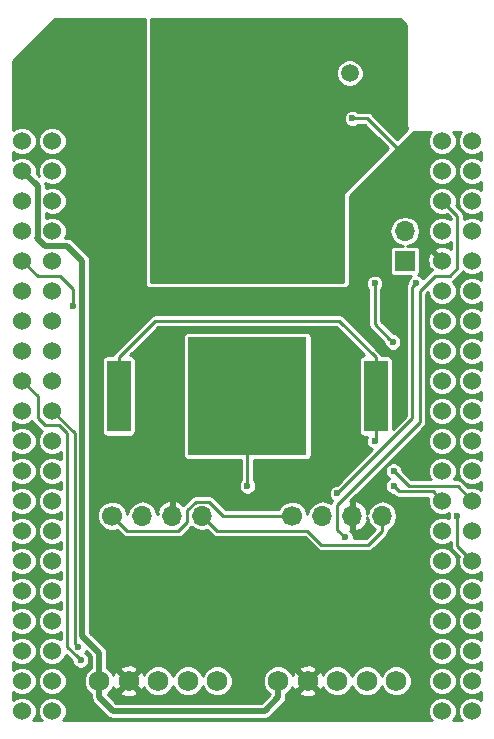
<source format=gbl>
G04 #@! TF.FileFunction,Copper,L2,Bot,Signal*
%FSLAX46Y46*%
G04 Gerber Fmt 4.6, Leading zero omitted, Abs format (unit mm)*
G04 Created by KiCad (PCBNEW 4.0.5) date Sunday, 19 February 2017 'PMt' 19:45:40*
%MOMM*%
%LPD*%
G01*
G04 APERTURE LIST*
%ADD10C,0.100000*%
%ADD11R,1.700000X1.700000*%
%ADD12O,1.700000X1.700000*%
%ADD13C,1.700000*%
%ADD14R,2.000000X6.000000*%
%ADD15R,10.000000X10.000000*%
%ADD16C,1.500000*%
%ADD17C,1.750000*%
%ADD18C,1.524000*%
%ADD19C,0.600000*%
%ADD20C,0.254000*%
%ADD21C,0.250000*%
%ADD22C,0.508000*%
G04 APERTURE END LIST*
D10*
D11*
X161825000Y-65640000D03*
D12*
X161825000Y-63100000D03*
D13*
X152300000Y-87230000D03*
D12*
X154840000Y-87230000D03*
X157380000Y-87230000D03*
X159920000Y-87230000D03*
D13*
X137060000Y-87230000D03*
D12*
X139600000Y-87230000D03*
X142140000Y-87230000D03*
X144680000Y-87230000D03*
D14*
X137615000Y-77070000D03*
X159365000Y-77070000D03*
D15*
X148490000Y-77070000D03*
D16*
X157150000Y-49765000D03*
D17*
X151110000Y-101200000D03*
X153610000Y-101200000D03*
X156110000Y-101200000D03*
X158610000Y-101200000D03*
X161110000Y-101200000D03*
X135950000Y-101200000D03*
X138450000Y-101200000D03*
X140950000Y-101200000D03*
X143450000Y-101200000D03*
X145950000Y-101200000D03*
D18*
X129451100Y-55473600D03*
X131991100Y-55473600D03*
X129451100Y-58013600D03*
X131991100Y-58013600D03*
X129451100Y-60553600D03*
X131991100Y-60553600D03*
X129451100Y-63093600D03*
X131991100Y-63093600D03*
X129451100Y-65633600D03*
X131991100Y-65633600D03*
X129451100Y-68173600D03*
X131991100Y-68173600D03*
X129451100Y-70713600D03*
X131991100Y-70713600D03*
X129451100Y-73253600D03*
X131991100Y-73253600D03*
X129451100Y-75793600D03*
X131991100Y-75793600D03*
X129451100Y-78333600D03*
X131991100Y-78333600D03*
X129451100Y-80873600D03*
X131991100Y-80873600D03*
X129451100Y-83413600D03*
X131991100Y-83413600D03*
X129451100Y-85953600D03*
X131991100Y-85953600D03*
X129451100Y-88493600D03*
X131991100Y-88493600D03*
X129451100Y-91033600D03*
X131991100Y-91033600D03*
X129451100Y-93573600D03*
X131991100Y-93573600D03*
X129451100Y-96113600D03*
X131991100Y-96113600D03*
X129451100Y-98653600D03*
X131991100Y-98653600D03*
X129451100Y-101193600D03*
X131991100Y-101193600D03*
X129451100Y-103733600D03*
X131991100Y-103733600D03*
X165011100Y-55473600D03*
X167551100Y-55473600D03*
X165011100Y-58013600D03*
X167551100Y-58013600D03*
X165011100Y-60553600D03*
X167551100Y-60553600D03*
X165011100Y-63093600D03*
X167551100Y-63093600D03*
X165011100Y-65633600D03*
X167551100Y-65633600D03*
X165011100Y-68173600D03*
X167551100Y-68173600D03*
X165011100Y-70713600D03*
X167551100Y-70713600D03*
X165011100Y-73253600D03*
X167551100Y-73253600D03*
X165011100Y-75793600D03*
X167551100Y-75793600D03*
X165011100Y-78333600D03*
X167551100Y-78333600D03*
X165011100Y-80873600D03*
X167551100Y-80873600D03*
X165011100Y-83413600D03*
X167551100Y-83413600D03*
X165011100Y-85953600D03*
X167551100Y-85953600D03*
X165011100Y-88493600D03*
X167551100Y-88493600D03*
X165011100Y-91033600D03*
X167551100Y-91033600D03*
X165011100Y-93573600D03*
X167551100Y-93573600D03*
X165011100Y-96113600D03*
X167551100Y-96113600D03*
X165011100Y-98653600D03*
X167551100Y-98653600D03*
X165011100Y-101193600D03*
X167551100Y-101193600D03*
X165011100Y-103733600D03*
X167551100Y-103733600D03*
D19*
X151665000Y-54845000D03*
X148490000Y-56115000D03*
X142775000Y-54845000D03*
X143410000Y-59290000D03*
X145950000Y-58020000D03*
X152935000Y-59925000D03*
X154205000Y-58020000D03*
X149760000Y-60560000D03*
X146585000Y-61830000D03*
X144045000Y-63100000D03*
X145950000Y-63735000D03*
X150395000Y-64370000D03*
X154205000Y-63100000D03*
X155475000Y-65005000D03*
X148490000Y-84690000D03*
X159285000Y-80880000D03*
X133762790Y-69450000D03*
X138330000Y-68815000D03*
X130710000Y-56750000D03*
X157380000Y-53575000D03*
X160813790Y-72517273D03*
X159285000Y-67545000D03*
X160872500Y-83420000D03*
X160872500Y-84690000D03*
X166270000Y-87230000D03*
X134384479Y-99430521D03*
X134195105Y-98349895D03*
X162777500Y-67545000D03*
X156110000Y-85325000D03*
X156757621Y-89049991D03*
D20*
X148490000Y-56115000D02*
X150395000Y-56115000D01*
X150395000Y-56115000D02*
X151665000Y-54845000D01*
X143410000Y-59290000D02*
X143410000Y-55480000D01*
X143410000Y-55480000D02*
X142775000Y-54845000D01*
X150395000Y-62465000D02*
X145950000Y-58020000D01*
X152935000Y-59925000D02*
X150395000Y-62465000D01*
X149760000Y-60560000D02*
X152300000Y-58020000D01*
X152300000Y-58020000D02*
X154205000Y-58020000D01*
X144045000Y-63100000D02*
X145315000Y-63100000D01*
X145315000Y-63100000D02*
X146585000Y-61830000D01*
X150395000Y-64370000D02*
X149760000Y-63735000D01*
X149760000Y-63735000D02*
X145950000Y-63735000D01*
X155475000Y-65005000D02*
X155475000Y-64370000D01*
X155475000Y-64370000D02*
X154205000Y-63100000D01*
X148490000Y-75800000D02*
X148490000Y-84690000D01*
X140711000Y-70720000D02*
X149506000Y-70720000D01*
X149506000Y-70720000D02*
X149760000Y-70720000D01*
X159365000Y-73816000D02*
X156269000Y-70720000D01*
X159365000Y-77070000D02*
X159365000Y-73816000D01*
X156269000Y-70720000D02*
X149506000Y-70720000D01*
X137615000Y-77070000D02*
X137615000Y-73816000D01*
X137615000Y-73816000D02*
X140711000Y-70720000D01*
X159365000Y-77070000D02*
X159365000Y-80800000D01*
X159365000Y-80800000D02*
X159285000Y-80880000D01*
X159285000Y-75880000D02*
X159365000Y-75800000D01*
X137060000Y-87230000D02*
X138330000Y-88500000D01*
X145246497Y-86049799D02*
X146426698Y-87230000D01*
X138330000Y-88500000D02*
X142616698Y-88500000D01*
X142616698Y-88500000D02*
X143410000Y-87706698D01*
X143410000Y-86753302D02*
X144113503Y-86049799D01*
X143410000Y-87706698D02*
X143410000Y-86753302D01*
X144113503Y-86049799D02*
X145246497Y-86049799D01*
X146426698Y-87230000D02*
X152300000Y-87230000D01*
X133762790Y-69025736D02*
X133762790Y-69450000D01*
X132615000Y-66910000D02*
X133762790Y-68057790D01*
X130727500Y-66910000D02*
X132615000Y-66910000D01*
X129451100Y-65633600D02*
X130727500Y-66910000D01*
X133762790Y-68057790D02*
X133762790Y-69025736D01*
X158650000Y-53575000D02*
X159920000Y-54845000D01*
X157380000Y-53575000D02*
X158650000Y-53575000D01*
X159285000Y-54210000D02*
X159920000Y-54845000D01*
X159920000Y-54845000D02*
X163730000Y-58655000D01*
X164231601Y-64871601D02*
X164249101Y-64871601D01*
X163730000Y-58655000D02*
X163730000Y-64370000D01*
X163730000Y-64370000D02*
X164231601Y-64871601D01*
X164249101Y-64871601D02*
X165011100Y-65633600D01*
X159920000Y-88500000D02*
X159920000Y-87230000D01*
X145950000Y-88500000D02*
X153570000Y-88500000D01*
X144680000Y-87230000D02*
X145950000Y-88500000D01*
X153570000Y-88500000D02*
X154750201Y-89680201D01*
X154750201Y-89680201D02*
X158739799Y-89680201D01*
X158739799Y-89680201D02*
X159920000Y-88500000D01*
D21*
X160513791Y-72217274D02*
X160813790Y-72517273D01*
X159285000Y-70988483D02*
X160513791Y-72217274D01*
X159285000Y-67545000D02*
X159285000Y-70988483D01*
D20*
X166287500Y-84690000D02*
X164047500Y-84690000D01*
X164047500Y-84690000D02*
X162142500Y-84690000D01*
X162142500Y-84690000D02*
X160872500Y-83420000D01*
X167551100Y-85953600D02*
X166287500Y-84690000D01*
X160872500Y-84690000D02*
X161329710Y-85147210D01*
X161329710Y-85147210D02*
X164204710Y-85147210D01*
X164204710Y-85147210D02*
X165011100Y-85953600D01*
X166270000Y-89770000D02*
X166270000Y-87230000D01*
X166771601Y-90271601D02*
X166270000Y-89770000D01*
X167551100Y-91033600D02*
X166789101Y-90271601D01*
X166789101Y-90271601D02*
X166771601Y-90271601D01*
X167551100Y-91033600D02*
X166898600Y-91033600D01*
X133250000Y-98296042D02*
X134084480Y-99130522D01*
X130727500Y-78957500D02*
X131345000Y-79575000D01*
X134084480Y-99130522D02*
X134384479Y-99430521D01*
X129451100Y-75793600D02*
X130727500Y-77070000D01*
X130727500Y-77070000D02*
X130727500Y-78957500D01*
X133250000Y-80245000D02*
X133250000Y-98296042D01*
X132580000Y-79575000D02*
X133250000Y-80245000D01*
X131345000Y-79575000D02*
X132580000Y-79575000D01*
X133895106Y-98049896D02*
X134195105Y-98349895D01*
X133885000Y-98039790D02*
X133895106Y-98049896D01*
X133885000Y-80227500D02*
X133885000Y-98039790D01*
X131991100Y-78333600D02*
X133885000Y-80227500D01*
X156110000Y-85325000D02*
X162460000Y-78975000D01*
X162460000Y-78975000D02*
X162460000Y-67862500D01*
X162460000Y-67862500D02*
X162777500Y-67545000D01*
X156757621Y-89049991D02*
X156110000Y-88402370D01*
X156110000Y-88402370D02*
X156110000Y-86277500D01*
X156110000Y-86277500D02*
X163095000Y-79292500D01*
X163095000Y-68180000D02*
X164365000Y-66910000D01*
X163095000Y-79292500D02*
X163095000Y-68180000D01*
X166270000Y-61812500D02*
X165011100Y-60553600D01*
X164365000Y-66910000D02*
X165635000Y-66910000D01*
X165635000Y-66910000D02*
X166270000Y-66275000D01*
X166270000Y-66275000D02*
X166270000Y-61812500D01*
D22*
X129451100Y-58013600D02*
X130727500Y-59290000D01*
X130727500Y-59290000D02*
X130727500Y-63717500D01*
X130727500Y-63717500D02*
X130710000Y-63735000D01*
X130710000Y-63735000D02*
X131345000Y-64370000D01*
X131345000Y-64370000D02*
X133250000Y-64370000D01*
X133250000Y-64370000D02*
X134520000Y-65640000D01*
X134520000Y-65640000D02*
X134520000Y-97390000D01*
X134520000Y-97390000D02*
X135950000Y-98820000D01*
X135950000Y-98820000D02*
X135950000Y-101200000D01*
X149953000Y-103740000D02*
X137107000Y-103740000D01*
X137107000Y-103740000D02*
X135950000Y-102583000D01*
X135950000Y-102583000D02*
X135950000Y-101200000D01*
X151110000Y-101200000D02*
X151110000Y-102583000D01*
X151110000Y-102583000D02*
X149953000Y-103740000D01*
D20*
G36*
X139803200Y-67545000D02*
X139832730Y-67701941D01*
X139925482Y-67846082D01*
X140067006Y-67942780D01*
X140235000Y-67976800D01*
X156745000Y-67976800D01*
X156901941Y-67947270D01*
X157046082Y-67854518D01*
X157142780Y-67712994D01*
X157147451Y-67689925D01*
X158553073Y-67689925D01*
X158664248Y-67958990D01*
X158728200Y-68023054D01*
X158728200Y-70988483D01*
X158770584Y-71201561D01*
X158891283Y-71382200D01*
X160081941Y-72572858D01*
X160081863Y-72662198D01*
X160193038Y-72931263D01*
X160398717Y-73137301D01*
X160667587Y-73248946D01*
X160958715Y-73249200D01*
X161227780Y-73138025D01*
X161433818Y-72932346D01*
X161545463Y-72663476D01*
X161545717Y-72372348D01*
X161434542Y-72103283D01*
X161228863Y-71897245D01*
X160959993Y-71785600D01*
X160869472Y-71785521D01*
X159841800Y-70757849D01*
X159841800Y-68023191D01*
X159905028Y-67960073D01*
X160016673Y-67691203D01*
X160016927Y-67400075D01*
X159905752Y-67131010D01*
X159700073Y-66924972D01*
X159431203Y-66813327D01*
X159140075Y-66813073D01*
X158871010Y-66924248D01*
X158664972Y-67129927D01*
X158553327Y-67398797D01*
X158553073Y-67689925D01*
X157147451Y-67689925D01*
X157176800Y-67545000D01*
X157176800Y-60103858D01*
X159030638Y-58250020D01*
X163817093Y-58250020D01*
X163998455Y-58688950D01*
X164333984Y-59025064D01*
X164772597Y-59207192D01*
X165247520Y-59207607D01*
X165686450Y-59026245D01*
X166022564Y-58690716D01*
X166204692Y-58252103D01*
X166205107Y-57777180D01*
X166023745Y-57338250D01*
X165688216Y-57002136D01*
X165249603Y-56820008D01*
X164774680Y-56819593D01*
X164335750Y-57000955D01*
X163999636Y-57336484D01*
X163817508Y-57775097D01*
X163817093Y-58250020D01*
X159030638Y-58250020D01*
X162563858Y-54716800D01*
X164079459Y-54716800D01*
X163999636Y-54796484D01*
X163817508Y-55235097D01*
X163817093Y-55710020D01*
X163998455Y-56148950D01*
X164333984Y-56485064D01*
X164772597Y-56667192D01*
X165247520Y-56667607D01*
X165686450Y-56486245D01*
X166022564Y-56150716D01*
X166204692Y-55712103D01*
X166205107Y-55237180D01*
X166023745Y-54798250D01*
X165942437Y-54716800D01*
X166619459Y-54716800D01*
X166539636Y-54796484D01*
X166357508Y-55235097D01*
X166357093Y-55710020D01*
X166538455Y-56148950D01*
X166873984Y-56485064D01*
X167312597Y-56667192D01*
X167787520Y-56667607D01*
X168226450Y-56486245D01*
X168303200Y-56409629D01*
X168303200Y-57077251D01*
X168228216Y-57002136D01*
X167789603Y-56820008D01*
X167314680Y-56819593D01*
X166875750Y-57000955D01*
X166539636Y-57336484D01*
X166357508Y-57775097D01*
X166357093Y-58250020D01*
X166538455Y-58688950D01*
X166873984Y-59025064D01*
X167312597Y-59207192D01*
X167787520Y-59207607D01*
X168226450Y-59026245D01*
X168303200Y-58949629D01*
X168303200Y-59617251D01*
X168228216Y-59542136D01*
X167789603Y-59360008D01*
X167314680Y-59359593D01*
X166875750Y-59540955D01*
X166539636Y-59876484D01*
X166357508Y-60315097D01*
X166357093Y-60790020D01*
X166538455Y-61228950D01*
X166873984Y-61565064D01*
X167312597Y-61747192D01*
X167787520Y-61747607D01*
X168226450Y-61566245D01*
X168303200Y-61489629D01*
X168303200Y-62157251D01*
X168228216Y-62082136D01*
X167789603Y-61900008D01*
X167314680Y-61899593D01*
X166875750Y-62080955D01*
X166828800Y-62127823D01*
X166828800Y-61812500D01*
X166786264Y-61598656D01*
X166764608Y-61566245D01*
X166665131Y-61417368D01*
X166156331Y-60908569D01*
X166204692Y-60792103D01*
X166205107Y-60317180D01*
X166023745Y-59878250D01*
X165688216Y-59542136D01*
X165249603Y-59360008D01*
X164774680Y-59359593D01*
X164335750Y-59540955D01*
X163999636Y-59876484D01*
X163817508Y-60315097D01*
X163817093Y-60790020D01*
X163998455Y-61228950D01*
X164333984Y-61565064D01*
X164772597Y-61747192D01*
X165247520Y-61747607D01*
X165365922Y-61698684D01*
X165711200Y-62043963D01*
X165711200Y-62105160D01*
X165688216Y-62082136D01*
X165249603Y-61900008D01*
X164774680Y-61899593D01*
X164335750Y-62080955D01*
X163999636Y-62416484D01*
X163817508Y-62855097D01*
X163817093Y-63330020D01*
X163998455Y-63768950D01*
X164333984Y-64105064D01*
X164772597Y-64287192D01*
X165247520Y-64287607D01*
X165686450Y-64106245D01*
X165711200Y-64081538D01*
X165711200Y-64639082D01*
X165665797Y-64516421D01*
X165188436Y-64350919D01*
X164684077Y-64380694D01*
X164356403Y-64516421D01*
X164279983Y-64722878D01*
X165011100Y-65453995D01*
X165025243Y-65439853D01*
X165204848Y-65619458D01*
X165190705Y-65633600D01*
X165204848Y-65647743D01*
X165025243Y-65827348D01*
X165011100Y-65813205D01*
X164996958Y-65827348D01*
X164817353Y-65647743D01*
X164831495Y-65633600D01*
X164100378Y-64902483D01*
X163893921Y-64978903D01*
X163728419Y-65456264D01*
X163758194Y-65960623D01*
X163893921Y-66288297D01*
X164100376Y-66364716D01*
X164007436Y-66457656D01*
X164026685Y-66476905D01*
X164008818Y-66488844D01*
X163969869Y-66514869D01*
X163376009Y-67108729D01*
X163192573Y-66924972D01*
X162951807Y-66824997D01*
X162981980Y-66805581D01*
X163080573Y-66661285D01*
X163115259Y-66490000D01*
X163115259Y-64790000D01*
X163085150Y-64629985D01*
X162990581Y-64483020D01*
X162846285Y-64384427D01*
X162675000Y-64349741D01*
X162011284Y-64349741D01*
X162340636Y-64284229D01*
X162756481Y-64006369D01*
X163034341Y-63590524D01*
X163131912Y-63100000D01*
X163034341Y-62609476D01*
X162756481Y-62193631D01*
X162340636Y-61915771D01*
X161850112Y-61818200D01*
X161799888Y-61818200D01*
X161309364Y-61915771D01*
X160893519Y-62193631D01*
X160615659Y-62609476D01*
X160518088Y-63100000D01*
X160615659Y-63590524D01*
X160893519Y-64006369D01*
X161309364Y-64284229D01*
X161638716Y-64349741D01*
X160975000Y-64349741D01*
X160814985Y-64379850D01*
X160668020Y-64474419D01*
X160569427Y-64618715D01*
X160534741Y-64790000D01*
X160534741Y-66490000D01*
X160564850Y-66650015D01*
X160659419Y-66796980D01*
X160803715Y-66895573D01*
X160975000Y-66930259D01*
X162357489Y-66930259D01*
X162157472Y-67129927D01*
X162045827Y-67398797D01*
X162045742Y-67495994D01*
X161943736Y-67648656D01*
X161901200Y-67862500D01*
X161901200Y-78743538D01*
X160805259Y-79839479D01*
X160805259Y-74070000D01*
X160775150Y-73909985D01*
X160680581Y-73763020D01*
X160536285Y-73664427D01*
X160365000Y-73629741D01*
X159886751Y-73629741D01*
X159881264Y-73602156D01*
X159760131Y-73420869D01*
X156664131Y-70324869D01*
X156482844Y-70203736D01*
X156269000Y-70161200D01*
X140711000Y-70161200D01*
X140497156Y-70203736D01*
X140315869Y-70324869D01*
X137219869Y-73420869D01*
X137098736Y-73602156D01*
X137093249Y-73629741D01*
X136615000Y-73629741D01*
X136454985Y-73659850D01*
X136308020Y-73754419D01*
X136209427Y-73898715D01*
X136174741Y-74070000D01*
X136174741Y-80070000D01*
X136204850Y-80230015D01*
X136299419Y-80376980D01*
X136443715Y-80475573D01*
X136615000Y-80510259D01*
X138615000Y-80510259D01*
X138775015Y-80480150D01*
X138921980Y-80385581D01*
X139020573Y-80241285D01*
X139055259Y-80070000D01*
X139055259Y-74070000D01*
X139025150Y-73909985D01*
X138930581Y-73763020D01*
X138786285Y-73664427D01*
X138615000Y-73629741D01*
X138591521Y-73629741D01*
X140151262Y-72070000D01*
X143049741Y-72070000D01*
X143049741Y-82070000D01*
X143079850Y-82230015D01*
X143174419Y-82376980D01*
X143318715Y-82475573D01*
X143490000Y-82510259D01*
X147931200Y-82510259D01*
X147931200Y-84213806D01*
X147869972Y-84274927D01*
X147758327Y-84543797D01*
X147758073Y-84834925D01*
X147869248Y-85103990D01*
X148074927Y-85310028D01*
X148343797Y-85421673D01*
X148634925Y-85421927D01*
X148903990Y-85310752D01*
X149110028Y-85105073D01*
X149221673Y-84836203D01*
X149221927Y-84545075D01*
X149110752Y-84276010D01*
X149048800Y-84213950D01*
X149048800Y-82510259D01*
X153490000Y-82510259D01*
X153650015Y-82480150D01*
X153796980Y-82385581D01*
X153895573Y-82241285D01*
X153930259Y-82070000D01*
X153930259Y-72070000D01*
X153900150Y-71909985D01*
X153805581Y-71763020D01*
X153661285Y-71664427D01*
X153490000Y-71629741D01*
X143490000Y-71629741D01*
X143329985Y-71659850D01*
X143183020Y-71754419D01*
X143084427Y-71898715D01*
X143049741Y-72070000D01*
X140151262Y-72070000D01*
X140942462Y-71278800D01*
X156037538Y-71278800D01*
X158388479Y-73629741D01*
X158365000Y-73629741D01*
X158204985Y-73659850D01*
X158058020Y-73754419D01*
X157959427Y-73898715D01*
X157924741Y-74070000D01*
X157924741Y-80070000D01*
X157954850Y-80230015D01*
X158049419Y-80376980D01*
X158193715Y-80475573D01*
X158365000Y-80510259D01*
X158646148Y-80510259D01*
X158553327Y-80733797D01*
X158553073Y-81024925D01*
X158664248Y-81293990D01*
X158869927Y-81500028D01*
X159064087Y-81580651D01*
X156051590Y-84593148D01*
X155965075Y-84593073D01*
X155696010Y-84704248D01*
X155489972Y-84909927D01*
X155378327Y-85178797D01*
X155378073Y-85469925D01*
X155489248Y-85738990D01*
X155681793Y-85931871D01*
X155593736Y-86063656D01*
X155570406Y-86180944D01*
X155330524Y-86020659D01*
X154840000Y-85923088D01*
X154349476Y-86020659D01*
X153933631Y-86298519D01*
X153655771Y-86714364D01*
X153581926Y-87085607D01*
X153582022Y-86976153D01*
X153387291Y-86504867D01*
X153027029Y-86143976D01*
X152556084Y-85948423D01*
X152046153Y-85947978D01*
X151574867Y-86142709D01*
X151213976Y-86502971D01*
X151144121Y-86671200D01*
X146658160Y-86671200D01*
X145641628Y-85654668D01*
X145460341Y-85533535D01*
X145246497Y-85490999D01*
X144113503Y-85490999D01*
X143899659Y-85533535D01*
X143718371Y-85654668D01*
X143084805Y-86288235D01*
X142831976Y-86061513D01*
X142476943Y-85914465D01*
X142267000Y-86005569D01*
X142267000Y-87103000D01*
X142287000Y-87103000D01*
X142287000Y-87357000D01*
X142267000Y-87357000D01*
X142267000Y-87377000D01*
X142013000Y-87377000D01*
X142013000Y-87357000D01*
X141993000Y-87357000D01*
X141993000Y-87103000D01*
X142013000Y-87103000D01*
X142013000Y-86005569D01*
X141803057Y-85914465D01*
X141448024Y-86061513D01*
X141053537Y-86415266D01*
X140824454Y-86893055D01*
X140914940Y-87102998D01*
X140861533Y-87102998D01*
X140784229Y-86714364D01*
X140506369Y-86298519D01*
X140090524Y-86020659D01*
X139600000Y-85923088D01*
X139109476Y-86020659D01*
X138693631Y-86298519D01*
X138415771Y-86714364D01*
X138341926Y-87085607D01*
X138342022Y-86976153D01*
X138147291Y-86504867D01*
X137787029Y-86143976D01*
X137316084Y-85948423D01*
X136806153Y-85947978D01*
X136334867Y-86142709D01*
X135973976Y-86502971D01*
X135778423Y-86973916D01*
X135777978Y-87483847D01*
X135972709Y-87955133D01*
X136332971Y-88316024D01*
X136803916Y-88511577D01*
X137313847Y-88512022D01*
X137482199Y-88442461D01*
X137934869Y-88895131D01*
X138116156Y-89016264D01*
X138330000Y-89058800D01*
X142616698Y-89058800D01*
X142830542Y-89016264D01*
X143011829Y-88895131D01*
X143762355Y-88144606D01*
X143773631Y-88161481D01*
X144189476Y-88439341D01*
X144680000Y-88536912D01*
X145110932Y-88451194D01*
X145554869Y-88895131D01*
X145736156Y-89016264D01*
X145950000Y-89058800D01*
X153338538Y-89058800D01*
X154355070Y-90075332D01*
X154536357Y-90196465D01*
X154750201Y-90239001D01*
X158739799Y-90239001D01*
X158953643Y-90196465D01*
X159134930Y-90075332D01*
X160315131Y-88895131D01*
X160354543Y-88836147D01*
X160436264Y-88713844D01*
X160478800Y-88500000D01*
X160478800Y-88393720D01*
X160826369Y-88161481D01*
X161104229Y-87745636D01*
X161201800Y-87255112D01*
X161201800Y-87204888D01*
X161104229Y-86714364D01*
X160826369Y-86298519D01*
X160410524Y-86020659D01*
X159920000Y-85923088D01*
X159429476Y-86020659D01*
X159013631Y-86298519D01*
X158735771Y-86714364D01*
X158658467Y-87102998D01*
X158605060Y-87102998D01*
X158695546Y-86893055D01*
X158466463Y-86415266D01*
X158071976Y-86061513D01*
X157716943Y-85914465D01*
X157507000Y-86005569D01*
X157507000Y-87103000D01*
X157527000Y-87103000D01*
X157527000Y-87357000D01*
X157507000Y-87357000D01*
X157507000Y-88454431D01*
X157716943Y-88545535D01*
X158071976Y-88398487D01*
X158466463Y-88044734D01*
X158695546Y-87566945D01*
X158605060Y-87357002D01*
X158658467Y-87357002D01*
X158735771Y-87745636D01*
X159013631Y-88161481D01*
X159286159Y-88343579D01*
X158508337Y-89121401D01*
X157489359Y-89121401D01*
X157489548Y-88905066D01*
X157378373Y-88636001D01*
X157214010Y-88471351D01*
X157253000Y-88454431D01*
X157253000Y-87357000D01*
X157233000Y-87357000D01*
X157233000Y-87103000D01*
X157253000Y-87103000D01*
X157253000Y-86005569D01*
X157196647Y-85981115D01*
X162067742Y-81110020D01*
X163817093Y-81110020D01*
X163998455Y-81548950D01*
X164333984Y-81885064D01*
X164772597Y-82067192D01*
X165247520Y-82067607D01*
X165686450Y-81886245D01*
X166022564Y-81550716D01*
X166204692Y-81112103D01*
X166205107Y-80637180D01*
X166023745Y-80198250D01*
X165688216Y-79862136D01*
X165249603Y-79680008D01*
X164774680Y-79679593D01*
X164335750Y-79860955D01*
X163999636Y-80196484D01*
X163817508Y-80635097D01*
X163817093Y-81110020D01*
X162067742Y-81110020D01*
X163490131Y-79687631D01*
X163611265Y-79506343D01*
X163653800Y-79292500D01*
X163653800Y-78570020D01*
X163817093Y-78570020D01*
X163998455Y-79008950D01*
X164333984Y-79345064D01*
X164772597Y-79527192D01*
X165247520Y-79527607D01*
X165686450Y-79346245D01*
X166022564Y-79010716D01*
X166204692Y-78572103D01*
X166205107Y-78097180D01*
X166023745Y-77658250D01*
X165688216Y-77322136D01*
X165249603Y-77140008D01*
X164774680Y-77139593D01*
X164335750Y-77320955D01*
X163999636Y-77656484D01*
X163817508Y-78095097D01*
X163817093Y-78570020D01*
X163653800Y-78570020D01*
X163653800Y-76030020D01*
X163817093Y-76030020D01*
X163998455Y-76468950D01*
X164333984Y-76805064D01*
X164772597Y-76987192D01*
X165247520Y-76987607D01*
X165686450Y-76806245D01*
X166022564Y-76470716D01*
X166204692Y-76032103D01*
X166205107Y-75557180D01*
X166023745Y-75118250D01*
X165688216Y-74782136D01*
X165249603Y-74600008D01*
X164774680Y-74599593D01*
X164335750Y-74780955D01*
X163999636Y-75116484D01*
X163817508Y-75555097D01*
X163817093Y-76030020D01*
X163653800Y-76030020D01*
X163653800Y-73490020D01*
X163817093Y-73490020D01*
X163998455Y-73928950D01*
X164333984Y-74265064D01*
X164772597Y-74447192D01*
X165247520Y-74447607D01*
X165686450Y-74266245D01*
X166022564Y-73930716D01*
X166204692Y-73492103D01*
X166205107Y-73017180D01*
X166023745Y-72578250D01*
X165688216Y-72242136D01*
X165249603Y-72060008D01*
X164774680Y-72059593D01*
X164335750Y-72240955D01*
X163999636Y-72576484D01*
X163817508Y-73015097D01*
X163817093Y-73490020D01*
X163653800Y-73490020D01*
X163653800Y-70950020D01*
X163817093Y-70950020D01*
X163998455Y-71388950D01*
X164333984Y-71725064D01*
X164772597Y-71907192D01*
X165247520Y-71907607D01*
X165686450Y-71726245D01*
X166022564Y-71390716D01*
X166204692Y-70952103D01*
X166205107Y-70477180D01*
X166023745Y-70038250D01*
X165688216Y-69702136D01*
X165249603Y-69520008D01*
X164774680Y-69519593D01*
X164335750Y-69700955D01*
X163999636Y-70036484D01*
X163817508Y-70475097D01*
X163817093Y-70950020D01*
X163653800Y-70950020D01*
X163653800Y-68411462D01*
X163817235Y-68248027D01*
X163817093Y-68410020D01*
X163998455Y-68848950D01*
X164333984Y-69185064D01*
X164772597Y-69367192D01*
X165247520Y-69367607D01*
X165686450Y-69186245D01*
X166022564Y-68850716D01*
X166204692Y-68412103D01*
X166205107Y-67937180D01*
X166023745Y-67498250D01*
X165910655Y-67384963D01*
X166030131Y-67305131D01*
X166665132Y-66670131D01*
X166758907Y-66529787D01*
X166873984Y-66645064D01*
X167312597Y-66827192D01*
X167787520Y-66827607D01*
X168226450Y-66646245D01*
X168303200Y-66569629D01*
X168303200Y-67237251D01*
X168228216Y-67162136D01*
X167789603Y-66980008D01*
X167314680Y-66979593D01*
X166875750Y-67160955D01*
X166539636Y-67496484D01*
X166357508Y-67935097D01*
X166357093Y-68410020D01*
X166538455Y-68848950D01*
X166873984Y-69185064D01*
X167312597Y-69367192D01*
X167787520Y-69367607D01*
X168226450Y-69186245D01*
X168303200Y-69109629D01*
X168303200Y-69777251D01*
X168228216Y-69702136D01*
X167789603Y-69520008D01*
X167314680Y-69519593D01*
X166875750Y-69700955D01*
X166539636Y-70036484D01*
X166357508Y-70475097D01*
X166357093Y-70950020D01*
X166538455Y-71388950D01*
X166873984Y-71725064D01*
X167312597Y-71907192D01*
X167787520Y-71907607D01*
X168226450Y-71726245D01*
X168303200Y-71649629D01*
X168303200Y-72317251D01*
X168228216Y-72242136D01*
X167789603Y-72060008D01*
X167314680Y-72059593D01*
X166875750Y-72240955D01*
X166539636Y-72576484D01*
X166357508Y-73015097D01*
X166357093Y-73490020D01*
X166538455Y-73928950D01*
X166873984Y-74265064D01*
X167312597Y-74447192D01*
X167787520Y-74447607D01*
X168226450Y-74266245D01*
X168303200Y-74189629D01*
X168303200Y-74857251D01*
X168228216Y-74782136D01*
X167789603Y-74600008D01*
X167314680Y-74599593D01*
X166875750Y-74780955D01*
X166539636Y-75116484D01*
X166357508Y-75555097D01*
X166357093Y-76030020D01*
X166538455Y-76468950D01*
X166873984Y-76805064D01*
X167312597Y-76987192D01*
X167787520Y-76987607D01*
X168226450Y-76806245D01*
X168303200Y-76729629D01*
X168303200Y-77397251D01*
X168228216Y-77322136D01*
X167789603Y-77140008D01*
X167314680Y-77139593D01*
X166875750Y-77320955D01*
X166539636Y-77656484D01*
X166357508Y-78095097D01*
X166357093Y-78570020D01*
X166538455Y-79008950D01*
X166873984Y-79345064D01*
X167312597Y-79527192D01*
X167787520Y-79527607D01*
X168226450Y-79346245D01*
X168303200Y-79269629D01*
X168303200Y-79937251D01*
X168228216Y-79862136D01*
X167789603Y-79680008D01*
X167314680Y-79679593D01*
X166875750Y-79860955D01*
X166539636Y-80196484D01*
X166357508Y-80635097D01*
X166357093Y-81110020D01*
X166538455Y-81548950D01*
X166873984Y-81885064D01*
X167312597Y-82067192D01*
X167787520Y-82067607D01*
X168226450Y-81886245D01*
X168303200Y-81809629D01*
X168303200Y-82477251D01*
X168228216Y-82402136D01*
X167789603Y-82220008D01*
X167314680Y-82219593D01*
X166875750Y-82400955D01*
X166539636Y-82736484D01*
X166357508Y-83175097D01*
X166357093Y-83650020D01*
X166538455Y-84088950D01*
X166873984Y-84425064D01*
X167312597Y-84607192D01*
X167787520Y-84607607D01*
X168226450Y-84426245D01*
X168303200Y-84349629D01*
X168303200Y-85017251D01*
X168228216Y-84942136D01*
X167789603Y-84760008D01*
X167314680Y-84759593D01*
X167196278Y-84808516D01*
X166682631Y-84294869D01*
X166652786Y-84274927D01*
X166501344Y-84173736D01*
X166287500Y-84131200D01*
X165982009Y-84131200D01*
X166022564Y-84090716D01*
X166204692Y-83652103D01*
X166205107Y-83177180D01*
X166023745Y-82738250D01*
X165688216Y-82402136D01*
X165249603Y-82220008D01*
X164774680Y-82219593D01*
X164335750Y-82400955D01*
X163999636Y-82736484D01*
X163817508Y-83175097D01*
X163817093Y-83650020D01*
X163998455Y-84088950D01*
X164040631Y-84131200D01*
X162373962Y-84131200D01*
X161604352Y-83361590D01*
X161604427Y-83275075D01*
X161493252Y-83006010D01*
X161287573Y-82799972D01*
X161018703Y-82688327D01*
X160727575Y-82688073D01*
X160458510Y-82799248D01*
X160252472Y-83004927D01*
X160140827Y-83273797D01*
X160140573Y-83564925D01*
X160251748Y-83833990D01*
X160457427Y-84040028D01*
X160493239Y-84054898D01*
X160458510Y-84069248D01*
X160252472Y-84274927D01*
X160140827Y-84543797D01*
X160140573Y-84834925D01*
X160251748Y-85103990D01*
X160457427Y-85310028D01*
X160726297Y-85421673D01*
X160813987Y-85421750D01*
X160934579Y-85542342D01*
X161115867Y-85663475D01*
X161329710Y-85706010D01*
X163821281Y-85706010D01*
X163817508Y-85715097D01*
X163817093Y-86190020D01*
X163998455Y-86628950D01*
X164333984Y-86965064D01*
X164772597Y-87147192D01*
X165247520Y-87147607D01*
X165566571Y-87015778D01*
X165538327Y-87083797D01*
X165538073Y-87374925D01*
X165560451Y-87429083D01*
X165249603Y-87300008D01*
X164774680Y-87299593D01*
X164335750Y-87480955D01*
X163999636Y-87816484D01*
X163817508Y-88255097D01*
X163817093Y-88730020D01*
X163998455Y-89168950D01*
X164333984Y-89505064D01*
X164772597Y-89687192D01*
X165247520Y-89687607D01*
X165686450Y-89506245D01*
X165711200Y-89481538D01*
X165711200Y-89770000D01*
X165753736Y-89983844D01*
X165814867Y-90075332D01*
X165874869Y-90165131D01*
X166376470Y-90666732D01*
X166403351Y-90684694D01*
X166357508Y-90795097D01*
X166357377Y-90945235D01*
X166339800Y-91033600D01*
X166357223Y-91121192D01*
X166357093Y-91270020D01*
X166538455Y-91708950D01*
X166873984Y-92045064D01*
X167312597Y-92227192D01*
X167787520Y-92227607D01*
X168226450Y-92046245D01*
X168303200Y-91969629D01*
X168303200Y-92637251D01*
X168228216Y-92562136D01*
X167789603Y-92380008D01*
X167314680Y-92379593D01*
X166875750Y-92560955D01*
X166539636Y-92896484D01*
X166357508Y-93335097D01*
X166357093Y-93810020D01*
X166538455Y-94248950D01*
X166873984Y-94585064D01*
X167312597Y-94767192D01*
X167787520Y-94767607D01*
X168226450Y-94586245D01*
X168303200Y-94509629D01*
X168303200Y-95177251D01*
X168228216Y-95102136D01*
X167789603Y-94920008D01*
X167314680Y-94919593D01*
X166875750Y-95100955D01*
X166539636Y-95436484D01*
X166357508Y-95875097D01*
X166357093Y-96350020D01*
X166538455Y-96788950D01*
X166873984Y-97125064D01*
X167312597Y-97307192D01*
X167787520Y-97307607D01*
X168226450Y-97126245D01*
X168303200Y-97049629D01*
X168303200Y-97717251D01*
X168228216Y-97642136D01*
X167789603Y-97460008D01*
X167314680Y-97459593D01*
X166875750Y-97640955D01*
X166539636Y-97976484D01*
X166357508Y-98415097D01*
X166357093Y-98890020D01*
X166538455Y-99328950D01*
X166873984Y-99665064D01*
X167312597Y-99847192D01*
X167787520Y-99847607D01*
X168226450Y-99666245D01*
X168303200Y-99589629D01*
X168303200Y-100257251D01*
X168228216Y-100182136D01*
X167789603Y-100000008D01*
X167314680Y-99999593D01*
X166875750Y-100180955D01*
X166539636Y-100516484D01*
X166357508Y-100955097D01*
X166357093Y-101430020D01*
X166538455Y-101868950D01*
X166873984Y-102205064D01*
X167312597Y-102387192D01*
X167787520Y-102387607D01*
X168226450Y-102206245D01*
X168303200Y-102129629D01*
X168303200Y-102797251D01*
X168228216Y-102722136D01*
X167789603Y-102540008D01*
X167314680Y-102539593D01*
X166875750Y-102720955D01*
X166539636Y-103056484D01*
X166357508Y-103495097D01*
X166357093Y-103970020D01*
X166538455Y-104408950D01*
X166632541Y-104503200D01*
X165929919Y-104503200D01*
X166022564Y-104410716D01*
X166204692Y-103972103D01*
X166205107Y-103497180D01*
X166023745Y-103058250D01*
X165688216Y-102722136D01*
X165249603Y-102540008D01*
X164774680Y-102539593D01*
X164335750Y-102720955D01*
X163999636Y-103056484D01*
X163817508Y-103495097D01*
X163817093Y-103970020D01*
X163998455Y-104408950D01*
X164092541Y-104503200D01*
X132909919Y-104503200D01*
X133002564Y-104410716D01*
X133184692Y-103972103D01*
X133185107Y-103497180D01*
X133003745Y-103058250D01*
X132668216Y-102722136D01*
X132229603Y-102540008D01*
X131754680Y-102539593D01*
X131315750Y-102720955D01*
X130979636Y-103056484D01*
X130797508Y-103495097D01*
X130797093Y-103970020D01*
X130978455Y-104408950D01*
X131072541Y-104503200D01*
X130369919Y-104503200D01*
X130462564Y-104410716D01*
X130644692Y-103972103D01*
X130645107Y-103497180D01*
X130463745Y-103058250D01*
X130128216Y-102722136D01*
X129689603Y-102540008D01*
X129214680Y-102539593D01*
X128775750Y-102720955D01*
X128676800Y-102819733D01*
X128676800Y-102107711D01*
X128773984Y-102205064D01*
X129212597Y-102387192D01*
X129687520Y-102387607D01*
X130126450Y-102206245D01*
X130462564Y-101870716D01*
X130644692Y-101432103D01*
X130644693Y-101430020D01*
X130797093Y-101430020D01*
X130978455Y-101868950D01*
X131313984Y-102205064D01*
X131752597Y-102387192D01*
X132227520Y-102387607D01*
X132666450Y-102206245D01*
X133002564Y-101870716D01*
X133184692Y-101432103D01*
X133185107Y-100957180D01*
X133003745Y-100518250D01*
X132668216Y-100182136D01*
X132229603Y-100000008D01*
X131754680Y-99999593D01*
X131315750Y-100180955D01*
X130979636Y-100516484D01*
X130797508Y-100955097D01*
X130797093Y-101430020D01*
X130644693Y-101430020D01*
X130645107Y-100957180D01*
X130463745Y-100518250D01*
X130128216Y-100182136D01*
X129689603Y-100000008D01*
X129214680Y-99999593D01*
X128775750Y-100180955D01*
X128676800Y-100279733D01*
X128676800Y-99567711D01*
X128773984Y-99665064D01*
X129212597Y-99847192D01*
X129687520Y-99847607D01*
X130126450Y-99666245D01*
X130462564Y-99330716D01*
X130644692Y-98892103D01*
X130645107Y-98417180D01*
X130463745Y-97978250D01*
X130128216Y-97642136D01*
X129689603Y-97460008D01*
X129214680Y-97459593D01*
X128775750Y-97640955D01*
X128676800Y-97739733D01*
X128676800Y-97027711D01*
X128773984Y-97125064D01*
X129212597Y-97307192D01*
X129687520Y-97307607D01*
X130126450Y-97126245D01*
X130462564Y-96790716D01*
X130644692Y-96352103D01*
X130645107Y-95877180D01*
X130463745Y-95438250D01*
X130128216Y-95102136D01*
X129689603Y-94920008D01*
X129214680Y-94919593D01*
X128775750Y-95100955D01*
X128676800Y-95199733D01*
X128676800Y-94487711D01*
X128773984Y-94585064D01*
X129212597Y-94767192D01*
X129687520Y-94767607D01*
X130126450Y-94586245D01*
X130462564Y-94250716D01*
X130644692Y-93812103D01*
X130645107Y-93337180D01*
X130463745Y-92898250D01*
X130128216Y-92562136D01*
X129689603Y-92380008D01*
X129214680Y-92379593D01*
X128775750Y-92560955D01*
X128676800Y-92659733D01*
X128676800Y-91947711D01*
X128773984Y-92045064D01*
X129212597Y-92227192D01*
X129687520Y-92227607D01*
X130126450Y-92046245D01*
X130462564Y-91710716D01*
X130644692Y-91272103D01*
X130645107Y-90797180D01*
X130463745Y-90358250D01*
X130128216Y-90022136D01*
X129689603Y-89840008D01*
X129214680Y-89839593D01*
X128775750Y-90020955D01*
X128676800Y-90119733D01*
X128676800Y-89407711D01*
X128773984Y-89505064D01*
X129212597Y-89687192D01*
X129687520Y-89687607D01*
X130126450Y-89506245D01*
X130462564Y-89170716D01*
X130644692Y-88732103D01*
X130645107Y-88257180D01*
X130463745Y-87818250D01*
X130128216Y-87482136D01*
X129689603Y-87300008D01*
X129214680Y-87299593D01*
X128775750Y-87480955D01*
X128676800Y-87579733D01*
X128676800Y-86867711D01*
X128773984Y-86965064D01*
X129212597Y-87147192D01*
X129687520Y-87147607D01*
X130126450Y-86966245D01*
X130462564Y-86630716D01*
X130644692Y-86192103D01*
X130645107Y-85717180D01*
X130463745Y-85278250D01*
X130128216Y-84942136D01*
X129689603Y-84760008D01*
X129214680Y-84759593D01*
X128775750Y-84940955D01*
X128676800Y-85039733D01*
X128676800Y-84327711D01*
X128773984Y-84425064D01*
X129212597Y-84607192D01*
X129687520Y-84607607D01*
X130126450Y-84426245D01*
X130462564Y-84090716D01*
X130644692Y-83652103D01*
X130645107Y-83177180D01*
X130463745Y-82738250D01*
X130128216Y-82402136D01*
X129689603Y-82220008D01*
X129214680Y-82219593D01*
X128775750Y-82400955D01*
X128676800Y-82499733D01*
X128676800Y-81787711D01*
X128773984Y-81885064D01*
X129212597Y-82067192D01*
X129687520Y-82067607D01*
X130126450Y-81886245D01*
X130462564Y-81550716D01*
X130644692Y-81112103D01*
X130645107Y-80637180D01*
X130463745Y-80198250D01*
X130128216Y-79862136D01*
X129689603Y-79680008D01*
X129214680Y-79679593D01*
X128775750Y-79860955D01*
X128676800Y-79959733D01*
X128676800Y-79247711D01*
X128773984Y-79345064D01*
X129212597Y-79527192D01*
X129687520Y-79527607D01*
X130126450Y-79346245D01*
X130247415Y-79225490D01*
X130327313Y-79345064D01*
X130332369Y-79352631D01*
X130949869Y-79970131D01*
X131103531Y-80072805D01*
X130979636Y-80196484D01*
X130797508Y-80635097D01*
X130797093Y-81110020D01*
X130978455Y-81548950D01*
X131313984Y-81885064D01*
X131752597Y-82067192D01*
X132227520Y-82067607D01*
X132666450Y-81886245D01*
X132691200Y-81861538D01*
X132691200Y-82425160D01*
X132668216Y-82402136D01*
X132229603Y-82220008D01*
X131754680Y-82219593D01*
X131315750Y-82400955D01*
X130979636Y-82736484D01*
X130797508Y-83175097D01*
X130797093Y-83650020D01*
X130978455Y-84088950D01*
X131313984Y-84425064D01*
X131752597Y-84607192D01*
X132227520Y-84607607D01*
X132666450Y-84426245D01*
X132691200Y-84401538D01*
X132691200Y-84965160D01*
X132668216Y-84942136D01*
X132229603Y-84760008D01*
X131754680Y-84759593D01*
X131315750Y-84940955D01*
X130979636Y-85276484D01*
X130797508Y-85715097D01*
X130797093Y-86190020D01*
X130978455Y-86628950D01*
X131313984Y-86965064D01*
X131752597Y-87147192D01*
X132227520Y-87147607D01*
X132666450Y-86966245D01*
X132691200Y-86941538D01*
X132691200Y-87505160D01*
X132668216Y-87482136D01*
X132229603Y-87300008D01*
X131754680Y-87299593D01*
X131315750Y-87480955D01*
X130979636Y-87816484D01*
X130797508Y-88255097D01*
X130797093Y-88730020D01*
X130978455Y-89168950D01*
X131313984Y-89505064D01*
X131752597Y-89687192D01*
X132227520Y-89687607D01*
X132666450Y-89506245D01*
X132691200Y-89481538D01*
X132691200Y-90045160D01*
X132668216Y-90022136D01*
X132229603Y-89840008D01*
X131754680Y-89839593D01*
X131315750Y-90020955D01*
X130979636Y-90356484D01*
X130797508Y-90795097D01*
X130797093Y-91270020D01*
X130978455Y-91708950D01*
X131313984Y-92045064D01*
X131752597Y-92227192D01*
X132227520Y-92227607D01*
X132666450Y-92046245D01*
X132691200Y-92021538D01*
X132691200Y-92585160D01*
X132668216Y-92562136D01*
X132229603Y-92380008D01*
X131754680Y-92379593D01*
X131315750Y-92560955D01*
X130979636Y-92896484D01*
X130797508Y-93335097D01*
X130797093Y-93810020D01*
X130978455Y-94248950D01*
X131313984Y-94585064D01*
X131752597Y-94767192D01*
X132227520Y-94767607D01*
X132666450Y-94586245D01*
X132691200Y-94561538D01*
X132691200Y-95125160D01*
X132668216Y-95102136D01*
X132229603Y-94920008D01*
X131754680Y-94919593D01*
X131315750Y-95100955D01*
X130979636Y-95436484D01*
X130797508Y-95875097D01*
X130797093Y-96350020D01*
X130978455Y-96788950D01*
X131313984Y-97125064D01*
X131752597Y-97307192D01*
X132227520Y-97307607D01*
X132666450Y-97126245D01*
X132691200Y-97101538D01*
X132691200Y-97665160D01*
X132668216Y-97642136D01*
X132229603Y-97460008D01*
X131754680Y-97459593D01*
X131315750Y-97640955D01*
X130979636Y-97976484D01*
X130797508Y-98415097D01*
X130797093Y-98890020D01*
X130978455Y-99328950D01*
X131313984Y-99665064D01*
X131752597Y-99847192D01*
X132227520Y-99847607D01*
X132666450Y-99666245D01*
X133002564Y-99330716D01*
X133146874Y-98983178D01*
X133652627Y-99488931D01*
X133652552Y-99575446D01*
X133763727Y-99844511D01*
X133969406Y-100050549D01*
X134238276Y-100162194D01*
X134529404Y-100162448D01*
X134798469Y-100051273D01*
X135004507Y-99845594D01*
X135116152Y-99576724D01*
X135116406Y-99285596D01*
X135005231Y-99016531D01*
X134799552Y-98810493D01*
X134778348Y-98801688D01*
X134815133Y-98764968D01*
X134847398Y-98687266D01*
X135264200Y-99104068D01*
X135264200Y-100069407D01*
X135210724Y-100091503D01*
X134842795Y-100458791D01*
X134643427Y-100938921D01*
X134642973Y-101458798D01*
X134841503Y-101939276D01*
X135208791Y-102307205D01*
X135264200Y-102330213D01*
X135264200Y-102583000D01*
X135316403Y-102845445D01*
X135465066Y-103067934D01*
X136622066Y-104224934D01*
X136844555Y-104373597D01*
X137107000Y-104425800D01*
X149953000Y-104425800D01*
X150215445Y-104373597D01*
X150437934Y-104224934D01*
X151594934Y-103067934D01*
X151743597Y-102845445D01*
X151795800Y-102583000D01*
X151795800Y-102330593D01*
X151849276Y-102308497D01*
X151965343Y-102192632D01*
X152796973Y-102192632D01*
X152887280Y-102410803D01*
X153405648Y-102595209D01*
X153955127Y-102567207D01*
X154332720Y-102410803D01*
X154423027Y-102192632D01*
X153610000Y-101379605D01*
X152796973Y-102192632D01*
X151965343Y-102192632D01*
X152217205Y-101941209D01*
X152312147Y-101712563D01*
X152399197Y-101922720D01*
X152617368Y-102013027D01*
X153430395Y-101200000D01*
X153789605Y-101200000D01*
X154602632Y-102013027D01*
X154820803Y-101922720D01*
X154901238Y-101696616D01*
X155001503Y-101939276D01*
X155368791Y-102307205D01*
X155848921Y-102506573D01*
X156368798Y-102507027D01*
X156849276Y-102308497D01*
X157217205Y-101941209D01*
X157360105Y-101597068D01*
X157501503Y-101939276D01*
X157868791Y-102307205D01*
X158348921Y-102506573D01*
X158868798Y-102507027D01*
X159349276Y-102308497D01*
X159717205Y-101941209D01*
X159860105Y-101597068D01*
X160001503Y-101939276D01*
X160368791Y-102307205D01*
X160848921Y-102506573D01*
X161368798Y-102507027D01*
X161849276Y-102308497D01*
X162217205Y-101941209D01*
X162416573Y-101461079D01*
X162416600Y-101430020D01*
X163817093Y-101430020D01*
X163998455Y-101868950D01*
X164333984Y-102205064D01*
X164772597Y-102387192D01*
X165247520Y-102387607D01*
X165686450Y-102206245D01*
X166022564Y-101870716D01*
X166204692Y-101432103D01*
X166205107Y-100957180D01*
X166023745Y-100518250D01*
X165688216Y-100182136D01*
X165249603Y-100000008D01*
X164774680Y-99999593D01*
X164335750Y-100180955D01*
X163999636Y-100516484D01*
X163817508Y-100955097D01*
X163817093Y-101430020D01*
X162416600Y-101430020D01*
X162417027Y-100941202D01*
X162218497Y-100460724D01*
X161851209Y-100092795D01*
X161371079Y-99893427D01*
X160851202Y-99892973D01*
X160370724Y-100091503D01*
X160002795Y-100458791D01*
X159859895Y-100802932D01*
X159718497Y-100460724D01*
X159351209Y-100092795D01*
X158871079Y-99893427D01*
X158351202Y-99892973D01*
X157870724Y-100091503D01*
X157502795Y-100458791D01*
X157359895Y-100802932D01*
X157218497Y-100460724D01*
X156851209Y-100092795D01*
X156371079Y-99893427D01*
X155851202Y-99892973D01*
X155370724Y-100091503D01*
X155002795Y-100458791D01*
X154907853Y-100687437D01*
X154820803Y-100477280D01*
X154602632Y-100386973D01*
X153789605Y-101200000D01*
X153430395Y-101200000D01*
X152617368Y-100386973D01*
X152399197Y-100477280D01*
X152318762Y-100703384D01*
X152218497Y-100460724D01*
X151965583Y-100207368D01*
X152796973Y-100207368D01*
X153610000Y-101020395D01*
X154423027Y-100207368D01*
X154332720Y-99989197D01*
X153814352Y-99804791D01*
X153264873Y-99832793D01*
X152887280Y-99989197D01*
X152796973Y-100207368D01*
X151965583Y-100207368D01*
X151851209Y-100092795D01*
X151371079Y-99893427D01*
X150851202Y-99892973D01*
X150370724Y-100091503D01*
X150002795Y-100458791D01*
X149803427Y-100938921D01*
X149802973Y-101458798D01*
X150001503Y-101939276D01*
X150368791Y-102307205D01*
X150402097Y-102321035D01*
X149668932Y-103054200D01*
X137391068Y-103054200D01*
X136658204Y-102321336D01*
X136689276Y-102308497D01*
X136805343Y-102192632D01*
X137636973Y-102192632D01*
X137727280Y-102410803D01*
X138245648Y-102595209D01*
X138795127Y-102567207D01*
X139172720Y-102410803D01*
X139263027Y-102192632D01*
X138450000Y-101379605D01*
X137636973Y-102192632D01*
X136805343Y-102192632D01*
X137057205Y-101941209D01*
X137152147Y-101712563D01*
X137239197Y-101922720D01*
X137457368Y-102013027D01*
X138270395Y-101200000D01*
X138629605Y-101200000D01*
X139442632Y-102013027D01*
X139660803Y-101922720D01*
X139741238Y-101696616D01*
X139841503Y-101939276D01*
X140208791Y-102307205D01*
X140688921Y-102506573D01*
X141208798Y-102507027D01*
X141689276Y-102308497D01*
X142057205Y-101941209D01*
X142200105Y-101597068D01*
X142341503Y-101939276D01*
X142708791Y-102307205D01*
X143188921Y-102506573D01*
X143708798Y-102507027D01*
X144189276Y-102308497D01*
X144557205Y-101941209D01*
X144700105Y-101597068D01*
X144841503Y-101939276D01*
X145208791Y-102307205D01*
X145688921Y-102506573D01*
X146208798Y-102507027D01*
X146689276Y-102308497D01*
X147057205Y-101941209D01*
X147256573Y-101461079D01*
X147257027Y-100941202D01*
X147058497Y-100460724D01*
X146691209Y-100092795D01*
X146211079Y-99893427D01*
X145691202Y-99892973D01*
X145210724Y-100091503D01*
X144842795Y-100458791D01*
X144699895Y-100802932D01*
X144558497Y-100460724D01*
X144191209Y-100092795D01*
X143711079Y-99893427D01*
X143191202Y-99892973D01*
X142710724Y-100091503D01*
X142342795Y-100458791D01*
X142199895Y-100802932D01*
X142058497Y-100460724D01*
X141691209Y-100092795D01*
X141211079Y-99893427D01*
X140691202Y-99892973D01*
X140210724Y-100091503D01*
X139842795Y-100458791D01*
X139747853Y-100687437D01*
X139660803Y-100477280D01*
X139442632Y-100386973D01*
X138629605Y-101200000D01*
X138270395Y-101200000D01*
X137457368Y-100386973D01*
X137239197Y-100477280D01*
X137158762Y-100703384D01*
X137058497Y-100460724D01*
X136805583Y-100207368D01*
X137636973Y-100207368D01*
X138450000Y-101020395D01*
X139263027Y-100207368D01*
X139172720Y-99989197D01*
X138654352Y-99804791D01*
X138104873Y-99832793D01*
X137727280Y-99989197D01*
X137636973Y-100207368D01*
X136805583Y-100207368D01*
X136691209Y-100092795D01*
X136635800Y-100069787D01*
X136635800Y-98890020D01*
X163817093Y-98890020D01*
X163998455Y-99328950D01*
X164333984Y-99665064D01*
X164772597Y-99847192D01*
X165247520Y-99847607D01*
X165686450Y-99666245D01*
X166022564Y-99330716D01*
X166204692Y-98892103D01*
X166205107Y-98417180D01*
X166023745Y-97978250D01*
X165688216Y-97642136D01*
X165249603Y-97460008D01*
X164774680Y-97459593D01*
X164335750Y-97640955D01*
X163999636Y-97976484D01*
X163817508Y-98415097D01*
X163817093Y-98890020D01*
X136635800Y-98890020D01*
X136635800Y-98820000D01*
X136583597Y-98557556D01*
X136434934Y-98335066D01*
X135205800Y-97105932D01*
X135205800Y-96350020D01*
X163817093Y-96350020D01*
X163998455Y-96788950D01*
X164333984Y-97125064D01*
X164772597Y-97307192D01*
X165247520Y-97307607D01*
X165686450Y-97126245D01*
X166022564Y-96790716D01*
X166204692Y-96352103D01*
X166205107Y-95877180D01*
X166023745Y-95438250D01*
X165688216Y-95102136D01*
X165249603Y-94920008D01*
X164774680Y-94919593D01*
X164335750Y-95100955D01*
X163999636Y-95436484D01*
X163817508Y-95875097D01*
X163817093Y-96350020D01*
X135205800Y-96350020D01*
X135205800Y-93810020D01*
X163817093Y-93810020D01*
X163998455Y-94248950D01*
X164333984Y-94585064D01*
X164772597Y-94767192D01*
X165247520Y-94767607D01*
X165686450Y-94586245D01*
X166022564Y-94250716D01*
X166204692Y-93812103D01*
X166205107Y-93337180D01*
X166023745Y-92898250D01*
X165688216Y-92562136D01*
X165249603Y-92380008D01*
X164774680Y-92379593D01*
X164335750Y-92560955D01*
X163999636Y-92896484D01*
X163817508Y-93335097D01*
X163817093Y-93810020D01*
X135205800Y-93810020D01*
X135205800Y-91270020D01*
X163817093Y-91270020D01*
X163998455Y-91708950D01*
X164333984Y-92045064D01*
X164772597Y-92227192D01*
X165247520Y-92227607D01*
X165686450Y-92046245D01*
X166022564Y-91710716D01*
X166204692Y-91272103D01*
X166205107Y-90797180D01*
X166023745Y-90358250D01*
X165688216Y-90022136D01*
X165249603Y-89840008D01*
X164774680Y-89839593D01*
X164335750Y-90020955D01*
X163999636Y-90356484D01*
X163817508Y-90795097D01*
X163817093Y-91270020D01*
X135205800Y-91270020D01*
X135205800Y-65640000D01*
X135161839Y-65418990D01*
X135153597Y-65377555D01*
X135004934Y-65155066D01*
X133734934Y-63885066D01*
X133512445Y-63736403D01*
X133250000Y-63684200D01*
X133038489Y-63684200D01*
X133184692Y-63332103D01*
X133185107Y-62857180D01*
X133003745Y-62418250D01*
X132668216Y-62082136D01*
X132229603Y-61900008D01*
X131754680Y-61899593D01*
X131413300Y-62040648D01*
X131413300Y-61606304D01*
X131752597Y-61747192D01*
X132227520Y-61747607D01*
X132666450Y-61566245D01*
X133002564Y-61230716D01*
X133184692Y-60792103D01*
X133185107Y-60317180D01*
X133003745Y-59878250D01*
X132668216Y-59542136D01*
X132229603Y-59360008D01*
X131754680Y-59359593D01*
X131413300Y-59500648D01*
X131413300Y-59290000D01*
X131364798Y-59046164D01*
X131752597Y-59207192D01*
X132227520Y-59207607D01*
X132666450Y-59026245D01*
X133002564Y-58690716D01*
X133184692Y-58252103D01*
X133185107Y-57777180D01*
X133003745Y-57338250D01*
X132668216Y-57002136D01*
X132229603Y-56820008D01*
X131754680Y-56819593D01*
X131315750Y-57000955D01*
X130979636Y-57336484D01*
X130797508Y-57775097D01*
X130797093Y-58250020D01*
X130895464Y-58488096D01*
X130644705Y-58237337D01*
X130645107Y-57777180D01*
X130463745Y-57338250D01*
X130128216Y-57002136D01*
X129689603Y-56820008D01*
X129214680Y-56819593D01*
X128775750Y-57000955D01*
X128676800Y-57099733D01*
X128676800Y-56387711D01*
X128773984Y-56485064D01*
X129212597Y-56667192D01*
X129687520Y-56667607D01*
X130126450Y-56486245D01*
X130462564Y-56150716D01*
X130644692Y-55712103D01*
X130644693Y-55710020D01*
X130797093Y-55710020D01*
X130978455Y-56148950D01*
X131313984Y-56485064D01*
X131752597Y-56667192D01*
X132227520Y-56667607D01*
X132666450Y-56486245D01*
X133002564Y-56150716D01*
X133184692Y-55712103D01*
X133185107Y-55237180D01*
X133003745Y-54798250D01*
X132668216Y-54462136D01*
X132229603Y-54280008D01*
X131754680Y-54279593D01*
X131315750Y-54460955D01*
X130979636Y-54796484D01*
X130797508Y-55235097D01*
X130797093Y-55710020D01*
X130644693Y-55710020D01*
X130645107Y-55237180D01*
X130463745Y-54798250D01*
X130128216Y-54462136D01*
X129689603Y-54280008D01*
X129214680Y-54279593D01*
X128775750Y-54460955D01*
X128676800Y-54559733D01*
X128676800Y-48704924D01*
X132189923Y-45191800D01*
X139803200Y-45191800D01*
X139803200Y-67545000D01*
X139803200Y-67545000D01*
G37*
X139803200Y-67545000D02*
X139832730Y-67701941D01*
X139925482Y-67846082D01*
X140067006Y-67942780D01*
X140235000Y-67976800D01*
X156745000Y-67976800D01*
X156901941Y-67947270D01*
X157046082Y-67854518D01*
X157142780Y-67712994D01*
X157147451Y-67689925D01*
X158553073Y-67689925D01*
X158664248Y-67958990D01*
X158728200Y-68023054D01*
X158728200Y-70988483D01*
X158770584Y-71201561D01*
X158891283Y-71382200D01*
X160081941Y-72572858D01*
X160081863Y-72662198D01*
X160193038Y-72931263D01*
X160398717Y-73137301D01*
X160667587Y-73248946D01*
X160958715Y-73249200D01*
X161227780Y-73138025D01*
X161433818Y-72932346D01*
X161545463Y-72663476D01*
X161545717Y-72372348D01*
X161434542Y-72103283D01*
X161228863Y-71897245D01*
X160959993Y-71785600D01*
X160869472Y-71785521D01*
X159841800Y-70757849D01*
X159841800Y-68023191D01*
X159905028Y-67960073D01*
X160016673Y-67691203D01*
X160016927Y-67400075D01*
X159905752Y-67131010D01*
X159700073Y-66924972D01*
X159431203Y-66813327D01*
X159140075Y-66813073D01*
X158871010Y-66924248D01*
X158664972Y-67129927D01*
X158553327Y-67398797D01*
X158553073Y-67689925D01*
X157147451Y-67689925D01*
X157176800Y-67545000D01*
X157176800Y-60103858D01*
X159030638Y-58250020D01*
X163817093Y-58250020D01*
X163998455Y-58688950D01*
X164333984Y-59025064D01*
X164772597Y-59207192D01*
X165247520Y-59207607D01*
X165686450Y-59026245D01*
X166022564Y-58690716D01*
X166204692Y-58252103D01*
X166205107Y-57777180D01*
X166023745Y-57338250D01*
X165688216Y-57002136D01*
X165249603Y-56820008D01*
X164774680Y-56819593D01*
X164335750Y-57000955D01*
X163999636Y-57336484D01*
X163817508Y-57775097D01*
X163817093Y-58250020D01*
X159030638Y-58250020D01*
X162563858Y-54716800D01*
X164079459Y-54716800D01*
X163999636Y-54796484D01*
X163817508Y-55235097D01*
X163817093Y-55710020D01*
X163998455Y-56148950D01*
X164333984Y-56485064D01*
X164772597Y-56667192D01*
X165247520Y-56667607D01*
X165686450Y-56486245D01*
X166022564Y-56150716D01*
X166204692Y-55712103D01*
X166205107Y-55237180D01*
X166023745Y-54798250D01*
X165942437Y-54716800D01*
X166619459Y-54716800D01*
X166539636Y-54796484D01*
X166357508Y-55235097D01*
X166357093Y-55710020D01*
X166538455Y-56148950D01*
X166873984Y-56485064D01*
X167312597Y-56667192D01*
X167787520Y-56667607D01*
X168226450Y-56486245D01*
X168303200Y-56409629D01*
X168303200Y-57077251D01*
X168228216Y-57002136D01*
X167789603Y-56820008D01*
X167314680Y-56819593D01*
X166875750Y-57000955D01*
X166539636Y-57336484D01*
X166357508Y-57775097D01*
X166357093Y-58250020D01*
X166538455Y-58688950D01*
X166873984Y-59025064D01*
X167312597Y-59207192D01*
X167787520Y-59207607D01*
X168226450Y-59026245D01*
X168303200Y-58949629D01*
X168303200Y-59617251D01*
X168228216Y-59542136D01*
X167789603Y-59360008D01*
X167314680Y-59359593D01*
X166875750Y-59540955D01*
X166539636Y-59876484D01*
X166357508Y-60315097D01*
X166357093Y-60790020D01*
X166538455Y-61228950D01*
X166873984Y-61565064D01*
X167312597Y-61747192D01*
X167787520Y-61747607D01*
X168226450Y-61566245D01*
X168303200Y-61489629D01*
X168303200Y-62157251D01*
X168228216Y-62082136D01*
X167789603Y-61900008D01*
X167314680Y-61899593D01*
X166875750Y-62080955D01*
X166828800Y-62127823D01*
X166828800Y-61812500D01*
X166786264Y-61598656D01*
X166764608Y-61566245D01*
X166665131Y-61417368D01*
X166156331Y-60908569D01*
X166204692Y-60792103D01*
X166205107Y-60317180D01*
X166023745Y-59878250D01*
X165688216Y-59542136D01*
X165249603Y-59360008D01*
X164774680Y-59359593D01*
X164335750Y-59540955D01*
X163999636Y-59876484D01*
X163817508Y-60315097D01*
X163817093Y-60790020D01*
X163998455Y-61228950D01*
X164333984Y-61565064D01*
X164772597Y-61747192D01*
X165247520Y-61747607D01*
X165365922Y-61698684D01*
X165711200Y-62043963D01*
X165711200Y-62105160D01*
X165688216Y-62082136D01*
X165249603Y-61900008D01*
X164774680Y-61899593D01*
X164335750Y-62080955D01*
X163999636Y-62416484D01*
X163817508Y-62855097D01*
X163817093Y-63330020D01*
X163998455Y-63768950D01*
X164333984Y-64105064D01*
X164772597Y-64287192D01*
X165247520Y-64287607D01*
X165686450Y-64106245D01*
X165711200Y-64081538D01*
X165711200Y-64639082D01*
X165665797Y-64516421D01*
X165188436Y-64350919D01*
X164684077Y-64380694D01*
X164356403Y-64516421D01*
X164279983Y-64722878D01*
X165011100Y-65453995D01*
X165025243Y-65439853D01*
X165204848Y-65619458D01*
X165190705Y-65633600D01*
X165204848Y-65647743D01*
X165025243Y-65827348D01*
X165011100Y-65813205D01*
X164996958Y-65827348D01*
X164817353Y-65647743D01*
X164831495Y-65633600D01*
X164100378Y-64902483D01*
X163893921Y-64978903D01*
X163728419Y-65456264D01*
X163758194Y-65960623D01*
X163893921Y-66288297D01*
X164100376Y-66364716D01*
X164007436Y-66457656D01*
X164026685Y-66476905D01*
X164008818Y-66488844D01*
X163969869Y-66514869D01*
X163376009Y-67108729D01*
X163192573Y-66924972D01*
X162951807Y-66824997D01*
X162981980Y-66805581D01*
X163080573Y-66661285D01*
X163115259Y-66490000D01*
X163115259Y-64790000D01*
X163085150Y-64629985D01*
X162990581Y-64483020D01*
X162846285Y-64384427D01*
X162675000Y-64349741D01*
X162011284Y-64349741D01*
X162340636Y-64284229D01*
X162756481Y-64006369D01*
X163034341Y-63590524D01*
X163131912Y-63100000D01*
X163034341Y-62609476D01*
X162756481Y-62193631D01*
X162340636Y-61915771D01*
X161850112Y-61818200D01*
X161799888Y-61818200D01*
X161309364Y-61915771D01*
X160893519Y-62193631D01*
X160615659Y-62609476D01*
X160518088Y-63100000D01*
X160615659Y-63590524D01*
X160893519Y-64006369D01*
X161309364Y-64284229D01*
X161638716Y-64349741D01*
X160975000Y-64349741D01*
X160814985Y-64379850D01*
X160668020Y-64474419D01*
X160569427Y-64618715D01*
X160534741Y-64790000D01*
X160534741Y-66490000D01*
X160564850Y-66650015D01*
X160659419Y-66796980D01*
X160803715Y-66895573D01*
X160975000Y-66930259D01*
X162357489Y-66930259D01*
X162157472Y-67129927D01*
X162045827Y-67398797D01*
X162045742Y-67495994D01*
X161943736Y-67648656D01*
X161901200Y-67862500D01*
X161901200Y-78743538D01*
X160805259Y-79839479D01*
X160805259Y-74070000D01*
X160775150Y-73909985D01*
X160680581Y-73763020D01*
X160536285Y-73664427D01*
X160365000Y-73629741D01*
X159886751Y-73629741D01*
X159881264Y-73602156D01*
X159760131Y-73420869D01*
X156664131Y-70324869D01*
X156482844Y-70203736D01*
X156269000Y-70161200D01*
X140711000Y-70161200D01*
X140497156Y-70203736D01*
X140315869Y-70324869D01*
X137219869Y-73420869D01*
X137098736Y-73602156D01*
X137093249Y-73629741D01*
X136615000Y-73629741D01*
X136454985Y-73659850D01*
X136308020Y-73754419D01*
X136209427Y-73898715D01*
X136174741Y-74070000D01*
X136174741Y-80070000D01*
X136204850Y-80230015D01*
X136299419Y-80376980D01*
X136443715Y-80475573D01*
X136615000Y-80510259D01*
X138615000Y-80510259D01*
X138775015Y-80480150D01*
X138921980Y-80385581D01*
X139020573Y-80241285D01*
X139055259Y-80070000D01*
X139055259Y-74070000D01*
X139025150Y-73909985D01*
X138930581Y-73763020D01*
X138786285Y-73664427D01*
X138615000Y-73629741D01*
X138591521Y-73629741D01*
X140151262Y-72070000D01*
X143049741Y-72070000D01*
X143049741Y-82070000D01*
X143079850Y-82230015D01*
X143174419Y-82376980D01*
X143318715Y-82475573D01*
X143490000Y-82510259D01*
X147931200Y-82510259D01*
X147931200Y-84213806D01*
X147869972Y-84274927D01*
X147758327Y-84543797D01*
X147758073Y-84834925D01*
X147869248Y-85103990D01*
X148074927Y-85310028D01*
X148343797Y-85421673D01*
X148634925Y-85421927D01*
X148903990Y-85310752D01*
X149110028Y-85105073D01*
X149221673Y-84836203D01*
X149221927Y-84545075D01*
X149110752Y-84276010D01*
X149048800Y-84213950D01*
X149048800Y-82510259D01*
X153490000Y-82510259D01*
X153650015Y-82480150D01*
X153796980Y-82385581D01*
X153895573Y-82241285D01*
X153930259Y-82070000D01*
X153930259Y-72070000D01*
X153900150Y-71909985D01*
X153805581Y-71763020D01*
X153661285Y-71664427D01*
X153490000Y-71629741D01*
X143490000Y-71629741D01*
X143329985Y-71659850D01*
X143183020Y-71754419D01*
X143084427Y-71898715D01*
X143049741Y-72070000D01*
X140151262Y-72070000D01*
X140942462Y-71278800D01*
X156037538Y-71278800D01*
X158388479Y-73629741D01*
X158365000Y-73629741D01*
X158204985Y-73659850D01*
X158058020Y-73754419D01*
X157959427Y-73898715D01*
X157924741Y-74070000D01*
X157924741Y-80070000D01*
X157954850Y-80230015D01*
X158049419Y-80376980D01*
X158193715Y-80475573D01*
X158365000Y-80510259D01*
X158646148Y-80510259D01*
X158553327Y-80733797D01*
X158553073Y-81024925D01*
X158664248Y-81293990D01*
X158869927Y-81500028D01*
X159064087Y-81580651D01*
X156051590Y-84593148D01*
X155965075Y-84593073D01*
X155696010Y-84704248D01*
X155489972Y-84909927D01*
X155378327Y-85178797D01*
X155378073Y-85469925D01*
X155489248Y-85738990D01*
X155681793Y-85931871D01*
X155593736Y-86063656D01*
X155570406Y-86180944D01*
X155330524Y-86020659D01*
X154840000Y-85923088D01*
X154349476Y-86020659D01*
X153933631Y-86298519D01*
X153655771Y-86714364D01*
X153581926Y-87085607D01*
X153582022Y-86976153D01*
X153387291Y-86504867D01*
X153027029Y-86143976D01*
X152556084Y-85948423D01*
X152046153Y-85947978D01*
X151574867Y-86142709D01*
X151213976Y-86502971D01*
X151144121Y-86671200D01*
X146658160Y-86671200D01*
X145641628Y-85654668D01*
X145460341Y-85533535D01*
X145246497Y-85490999D01*
X144113503Y-85490999D01*
X143899659Y-85533535D01*
X143718371Y-85654668D01*
X143084805Y-86288235D01*
X142831976Y-86061513D01*
X142476943Y-85914465D01*
X142267000Y-86005569D01*
X142267000Y-87103000D01*
X142287000Y-87103000D01*
X142287000Y-87357000D01*
X142267000Y-87357000D01*
X142267000Y-87377000D01*
X142013000Y-87377000D01*
X142013000Y-87357000D01*
X141993000Y-87357000D01*
X141993000Y-87103000D01*
X142013000Y-87103000D01*
X142013000Y-86005569D01*
X141803057Y-85914465D01*
X141448024Y-86061513D01*
X141053537Y-86415266D01*
X140824454Y-86893055D01*
X140914940Y-87102998D01*
X140861533Y-87102998D01*
X140784229Y-86714364D01*
X140506369Y-86298519D01*
X140090524Y-86020659D01*
X139600000Y-85923088D01*
X139109476Y-86020659D01*
X138693631Y-86298519D01*
X138415771Y-86714364D01*
X138341926Y-87085607D01*
X138342022Y-86976153D01*
X138147291Y-86504867D01*
X137787029Y-86143976D01*
X137316084Y-85948423D01*
X136806153Y-85947978D01*
X136334867Y-86142709D01*
X135973976Y-86502971D01*
X135778423Y-86973916D01*
X135777978Y-87483847D01*
X135972709Y-87955133D01*
X136332971Y-88316024D01*
X136803916Y-88511577D01*
X137313847Y-88512022D01*
X137482199Y-88442461D01*
X137934869Y-88895131D01*
X138116156Y-89016264D01*
X138330000Y-89058800D01*
X142616698Y-89058800D01*
X142830542Y-89016264D01*
X143011829Y-88895131D01*
X143762355Y-88144606D01*
X143773631Y-88161481D01*
X144189476Y-88439341D01*
X144680000Y-88536912D01*
X145110932Y-88451194D01*
X145554869Y-88895131D01*
X145736156Y-89016264D01*
X145950000Y-89058800D01*
X153338538Y-89058800D01*
X154355070Y-90075332D01*
X154536357Y-90196465D01*
X154750201Y-90239001D01*
X158739799Y-90239001D01*
X158953643Y-90196465D01*
X159134930Y-90075332D01*
X160315131Y-88895131D01*
X160354543Y-88836147D01*
X160436264Y-88713844D01*
X160478800Y-88500000D01*
X160478800Y-88393720D01*
X160826369Y-88161481D01*
X161104229Y-87745636D01*
X161201800Y-87255112D01*
X161201800Y-87204888D01*
X161104229Y-86714364D01*
X160826369Y-86298519D01*
X160410524Y-86020659D01*
X159920000Y-85923088D01*
X159429476Y-86020659D01*
X159013631Y-86298519D01*
X158735771Y-86714364D01*
X158658467Y-87102998D01*
X158605060Y-87102998D01*
X158695546Y-86893055D01*
X158466463Y-86415266D01*
X158071976Y-86061513D01*
X157716943Y-85914465D01*
X157507000Y-86005569D01*
X157507000Y-87103000D01*
X157527000Y-87103000D01*
X157527000Y-87357000D01*
X157507000Y-87357000D01*
X157507000Y-88454431D01*
X157716943Y-88545535D01*
X158071976Y-88398487D01*
X158466463Y-88044734D01*
X158695546Y-87566945D01*
X158605060Y-87357002D01*
X158658467Y-87357002D01*
X158735771Y-87745636D01*
X159013631Y-88161481D01*
X159286159Y-88343579D01*
X158508337Y-89121401D01*
X157489359Y-89121401D01*
X157489548Y-88905066D01*
X157378373Y-88636001D01*
X157214010Y-88471351D01*
X157253000Y-88454431D01*
X157253000Y-87357000D01*
X157233000Y-87357000D01*
X157233000Y-87103000D01*
X157253000Y-87103000D01*
X157253000Y-86005569D01*
X157196647Y-85981115D01*
X162067742Y-81110020D01*
X163817093Y-81110020D01*
X163998455Y-81548950D01*
X164333984Y-81885064D01*
X164772597Y-82067192D01*
X165247520Y-82067607D01*
X165686450Y-81886245D01*
X166022564Y-81550716D01*
X166204692Y-81112103D01*
X166205107Y-80637180D01*
X166023745Y-80198250D01*
X165688216Y-79862136D01*
X165249603Y-79680008D01*
X164774680Y-79679593D01*
X164335750Y-79860955D01*
X163999636Y-80196484D01*
X163817508Y-80635097D01*
X163817093Y-81110020D01*
X162067742Y-81110020D01*
X163490131Y-79687631D01*
X163611265Y-79506343D01*
X163653800Y-79292500D01*
X163653800Y-78570020D01*
X163817093Y-78570020D01*
X163998455Y-79008950D01*
X164333984Y-79345064D01*
X164772597Y-79527192D01*
X165247520Y-79527607D01*
X165686450Y-79346245D01*
X166022564Y-79010716D01*
X166204692Y-78572103D01*
X166205107Y-78097180D01*
X166023745Y-77658250D01*
X165688216Y-77322136D01*
X165249603Y-77140008D01*
X164774680Y-77139593D01*
X164335750Y-77320955D01*
X163999636Y-77656484D01*
X163817508Y-78095097D01*
X163817093Y-78570020D01*
X163653800Y-78570020D01*
X163653800Y-76030020D01*
X163817093Y-76030020D01*
X163998455Y-76468950D01*
X164333984Y-76805064D01*
X164772597Y-76987192D01*
X165247520Y-76987607D01*
X165686450Y-76806245D01*
X166022564Y-76470716D01*
X166204692Y-76032103D01*
X166205107Y-75557180D01*
X166023745Y-75118250D01*
X165688216Y-74782136D01*
X165249603Y-74600008D01*
X164774680Y-74599593D01*
X164335750Y-74780955D01*
X163999636Y-75116484D01*
X163817508Y-75555097D01*
X163817093Y-76030020D01*
X163653800Y-76030020D01*
X163653800Y-73490020D01*
X163817093Y-73490020D01*
X163998455Y-73928950D01*
X164333984Y-74265064D01*
X164772597Y-74447192D01*
X165247520Y-74447607D01*
X165686450Y-74266245D01*
X166022564Y-73930716D01*
X166204692Y-73492103D01*
X166205107Y-73017180D01*
X166023745Y-72578250D01*
X165688216Y-72242136D01*
X165249603Y-72060008D01*
X164774680Y-72059593D01*
X164335750Y-72240955D01*
X163999636Y-72576484D01*
X163817508Y-73015097D01*
X163817093Y-73490020D01*
X163653800Y-73490020D01*
X163653800Y-70950020D01*
X163817093Y-70950020D01*
X163998455Y-71388950D01*
X164333984Y-71725064D01*
X164772597Y-71907192D01*
X165247520Y-71907607D01*
X165686450Y-71726245D01*
X166022564Y-71390716D01*
X166204692Y-70952103D01*
X166205107Y-70477180D01*
X166023745Y-70038250D01*
X165688216Y-69702136D01*
X165249603Y-69520008D01*
X164774680Y-69519593D01*
X164335750Y-69700955D01*
X163999636Y-70036484D01*
X163817508Y-70475097D01*
X163817093Y-70950020D01*
X163653800Y-70950020D01*
X163653800Y-68411462D01*
X163817235Y-68248027D01*
X163817093Y-68410020D01*
X163998455Y-68848950D01*
X164333984Y-69185064D01*
X164772597Y-69367192D01*
X165247520Y-69367607D01*
X165686450Y-69186245D01*
X166022564Y-68850716D01*
X166204692Y-68412103D01*
X166205107Y-67937180D01*
X166023745Y-67498250D01*
X165910655Y-67384963D01*
X166030131Y-67305131D01*
X166665132Y-66670131D01*
X166758907Y-66529787D01*
X166873984Y-66645064D01*
X167312597Y-66827192D01*
X167787520Y-66827607D01*
X168226450Y-66646245D01*
X168303200Y-66569629D01*
X168303200Y-67237251D01*
X168228216Y-67162136D01*
X167789603Y-66980008D01*
X167314680Y-66979593D01*
X166875750Y-67160955D01*
X166539636Y-67496484D01*
X166357508Y-67935097D01*
X166357093Y-68410020D01*
X166538455Y-68848950D01*
X166873984Y-69185064D01*
X167312597Y-69367192D01*
X167787520Y-69367607D01*
X168226450Y-69186245D01*
X168303200Y-69109629D01*
X168303200Y-69777251D01*
X168228216Y-69702136D01*
X167789603Y-69520008D01*
X167314680Y-69519593D01*
X166875750Y-69700955D01*
X166539636Y-70036484D01*
X166357508Y-70475097D01*
X166357093Y-70950020D01*
X166538455Y-71388950D01*
X166873984Y-71725064D01*
X167312597Y-71907192D01*
X167787520Y-71907607D01*
X168226450Y-71726245D01*
X168303200Y-71649629D01*
X168303200Y-72317251D01*
X168228216Y-72242136D01*
X167789603Y-72060008D01*
X167314680Y-72059593D01*
X166875750Y-72240955D01*
X166539636Y-72576484D01*
X166357508Y-73015097D01*
X166357093Y-73490020D01*
X166538455Y-73928950D01*
X166873984Y-74265064D01*
X167312597Y-74447192D01*
X167787520Y-74447607D01*
X168226450Y-74266245D01*
X168303200Y-74189629D01*
X168303200Y-74857251D01*
X168228216Y-74782136D01*
X167789603Y-74600008D01*
X167314680Y-74599593D01*
X166875750Y-74780955D01*
X166539636Y-75116484D01*
X166357508Y-75555097D01*
X166357093Y-76030020D01*
X166538455Y-76468950D01*
X166873984Y-76805064D01*
X167312597Y-76987192D01*
X167787520Y-76987607D01*
X168226450Y-76806245D01*
X168303200Y-76729629D01*
X168303200Y-77397251D01*
X168228216Y-77322136D01*
X167789603Y-77140008D01*
X167314680Y-77139593D01*
X166875750Y-77320955D01*
X166539636Y-77656484D01*
X166357508Y-78095097D01*
X166357093Y-78570020D01*
X166538455Y-79008950D01*
X166873984Y-79345064D01*
X167312597Y-79527192D01*
X167787520Y-79527607D01*
X168226450Y-79346245D01*
X168303200Y-79269629D01*
X168303200Y-79937251D01*
X168228216Y-79862136D01*
X167789603Y-79680008D01*
X167314680Y-79679593D01*
X166875750Y-79860955D01*
X166539636Y-80196484D01*
X166357508Y-80635097D01*
X166357093Y-81110020D01*
X166538455Y-81548950D01*
X166873984Y-81885064D01*
X167312597Y-82067192D01*
X167787520Y-82067607D01*
X168226450Y-81886245D01*
X168303200Y-81809629D01*
X168303200Y-82477251D01*
X168228216Y-82402136D01*
X167789603Y-82220008D01*
X167314680Y-82219593D01*
X166875750Y-82400955D01*
X166539636Y-82736484D01*
X166357508Y-83175097D01*
X166357093Y-83650020D01*
X166538455Y-84088950D01*
X166873984Y-84425064D01*
X167312597Y-84607192D01*
X167787520Y-84607607D01*
X168226450Y-84426245D01*
X168303200Y-84349629D01*
X168303200Y-85017251D01*
X168228216Y-84942136D01*
X167789603Y-84760008D01*
X167314680Y-84759593D01*
X167196278Y-84808516D01*
X166682631Y-84294869D01*
X166652786Y-84274927D01*
X166501344Y-84173736D01*
X166287500Y-84131200D01*
X165982009Y-84131200D01*
X166022564Y-84090716D01*
X166204692Y-83652103D01*
X166205107Y-83177180D01*
X166023745Y-82738250D01*
X165688216Y-82402136D01*
X165249603Y-82220008D01*
X164774680Y-82219593D01*
X164335750Y-82400955D01*
X163999636Y-82736484D01*
X163817508Y-83175097D01*
X163817093Y-83650020D01*
X163998455Y-84088950D01*
X164040631Y-84131200D01*
X162373962Y-84131200D01*
X161604352Y-83361590D01*
X161604427Y-83275075D01*
X161493252Y-83006010D01*
X161287573Y-82799972D01*
X161018703Y-82688327D01*
X160727575Y-82688073D01*
X160458510Y-82799248D01*
X160252472Y-83004927D01*
X160140827Y-83273797D01*
X160140573Y-83564925D01*
X160251748Y-83833990D01*
X160457427Y-84040028D01*
X160493239Y-84054898D01*
X160458510Y-84069248D01*
X160252472Y-84274927D01*
X160140827Y-84543797D01*
X160140573Y-84834925D01*
X160251748Y-85103990D01*
X160457427Y-85310028D01*
X160726297Y-85421673D01*
X160813987Y-85421750D01*
X160934579Y-85542342D01*
X161115867Y-85663475D01*
X161329710Y-85706010D01*
X163821281Y-85706010D01*
X163817508Y-85715097D01*
X163817093Y-86190020D01*
X163998455Y-86628950D01*
X164333984Y-86965064D01*
X164772597Y-87147192D01*
X165247520Y-87147607D01*
X165566571Y-87015778D01*
X165538327Y-87083797D01*
X165538073Y-87374925D01*
X165560451Y-87429083D01*
X165249603Y-87300008D01*
X164774680Y-87299593D01*
X164335750Y-87480955D01*
X163999636Y-87816484D01*
X163817508Y-88255097D01*
X163817093Y-88730020D01*
X163998455Y-89168950D01*
X164333984Y-89505064D01*
X164772597Y-89687192D01*
X165247520Y-89687607D01*
X165686450Y-89506245D01*
X165711200Y-89481538D01*
X165711200Y-89770000D01*
X165753736Y-89983844D01*
X165814867Y-90075332D01*
X165874869Y-90165131D01*
X166376470Y-90666732D01*
X166403351Y-90684694D01*
X166357508Y-90795097D01*
X166357377Y-90945235D01*
X166339800Y-91033600D01*
X166357223Y-91121192D01*
X166357093Y-91270020D01*
X166538455Y-91708950D01*
X166873984Y-92045064D01*
X167312597Y-92227192D01*
X167787520Y-92227607D01*
X168226450Y-92046245D01*
X168303200Y-91969629D01*
X168303200Y-92637251D01*
X168228216Y-92562136D01*
X167789603Y-92380008D01*
X167314680Y-92379593D01*
X166875750Y-92560955D01*
X166539636Y-92896484D01*
X166357508Y-93335097D01*
X166357093Y-93810020D01*
X166538455Y-94248950D01*
X166873984Y-94585064D01*
X167312597Y-94767192D01*
X167787520Y-94767607D01*
X168226450Y-94586245D01*
X168303200Y-94509629D01*
X168303200Y-95177251D01*
X168228216Y-95102136D01*
X167789603Y-94920008D01*
X167314680Y-94919593D01*
X166875750Y-95100955D01*
X166539636Y-95436484D01*
X166357508Y-95875097D01*
X166357093Y-96350020D01*
X166538455Y-96788950D01*
X166873984Y-97125064D01*
X167312597Y-97307192D01*
X167787520Y-97307607D01*
X168226450Y-97126245D01*
X168303200Y-97049629D01*
X168303200Y-97717251D01*
X168228216Y-97642136D01*
X167789603Y-97460008D01*
X167314680Y-97459593D01*
X166875750Y-97640955D01*
X166539636Y-97976484D01*
X166357508Y-98415097D01*
X166357093Y-98890020D01*
X166538455Y-99328950D01*
X166873984Y-99665064D01*
X167312597Y-99847192D01*
X167787520Y-99847607D01*
X168226450Y-99666245D01*
X168303200Y-99589629D01*
X168303200Y-100257251D01*
X168228216Y-100182136D01*
X167789603Y-100000008D01*
X167314680Y-99999593D01*
X166875750Y-100180955D01*
X166539636Y-100516484D01*
X166357508Y-100955097D01*
X166357093Y-101430020D01*
X166538455Y-101868950D01*
X166873984Y-102205064D01*
X167312597Y-102387192D01*
X167787520Y-102387607D01*
X168226450Y-102206245D01*
X168303200Y-102129629D01*
X168303200Y-102797251D01*
X168228216Y-102722136D01*
X167789603Y-102540008D01*
X167314680Y-102539593D01*
X166875750Y-102720955D01*
X166539636Y-103056484D01*
X166357508Y-103495097D01*
X166357093Y-103970020D01*
X166538455Y-104408950D01*
X166632541Y-104503200D01*
X165929919Y-104503200D01*
X166022564Y-104410716D01*
X166204692Y-103972103D01*
X166205107Y-103497180D01*
X166023745Y-103058250D01*
X165688216Y-102722136D01*
X165249603Y-102540008D01*
X164774680Y-102539593D01*
X164335750Y-102720955D01*
X163999636Y-103056484D01*
X163817508Y-103495097D01*
X163817093Y-103970020D01*
X163998455Y-104408950D01*
X164092541Y-104503200D01*
X132909919Y-104503200D01*
X133002564Y-104410716D01*
X133184692Y-103972103D01*
X133185107Y-103497180D01*
X133003745Y-103058250D01*
X132668216Y-102722136D01*
X132229603Y-102540008D01*
X131754680Y-102539593D01*
X131315750Y-102720955D01*
X130979636Y-103056484D01*
X130797508Y-103495097D01*
X130797093Y-103970020D01*
X130978455Y-104408950D01*
X131072541Y-104503200D01*
X130369919Y-104503200D01*
X130462564Y-104410716D01*
X130644692Y-103972103D01*
X130645107Y-103497180D01*
X130463745Y-103058250D01*
X130128216Y-102722136D01*
X129689603Y-102540008D01*
X129214680Y-102539593D01*
X128775750Y-102720955D01*
X128676800Y-102819733D01*
X128676800Y-102107711D01*
X128773984Y-102205064D01*
X129212597Y-102387192D01*
X129687520Y-102387607D01*
X130126450Y-102206245D01*
X130462564Y-101870716D01*
X130644692Y-101432103D01*
X130644693Y-101430020D01*
X130797093Y-101430020D01*
X130978455Y-101868950D01*
X131313984Y-102205064D01*
X131752597Y-102387192D01*
X132227520Y-102387607D01*
X132666450Y-102206245D01*
X133002564Y-101870716D01*
X133184692Y-101432103D01*
X133185107Y-100957180D01*
X133003745Y-100518250D01*
X132668216Y-100182136D01*
X132229603Y-100000008D01*
X131754680Y-99999593D01*
X131315750Y-100180955D01*
X130979636Y-100516484D01*
X130797508Y-100955097D01*
X130797093Y-101430020D01*
X130644693Y-101430020D01*
X130645107Y-100957180D01*
X130463745Y-100518250D01*
X130128216Y-100182136D01*
X129689603Y-100000008D01*
X129214680Y-99999593D01*
X128775750Y-100180955D01*
X128676800Y-100279733D01*
X128676800Y-99567711D01*
X128773984Y-99665064D01*
X129212597Y-99847192D01*
X129687520Y-99847607D01*
X130126450Y-99666245D01*
X130462564Y-99330716D01*
X130644692Y-98892103D01*
X130645107Y-98417180D01*
X130463745Y-97978250D01*
X130128216Y-97642136D01*
X129689603Y-97460008D01*
X129214680Y-97459593D01*
X128775750Y-97640955D01*
X128676800Y-97739733D01*
X128676800Y-97027711D01*
X128773984Y-97125064D01*
X129212597Y-97307192D01*
X129687520Y-97307607D01*
X130126450Y-97126245D01*
X130462564Y-96790716D01*
X130644692Y-96352103D01*
X130645107Y-95877180D01*
X130463745Y-95438250D01*
X130128216Y-95102136D01*
X129689603Y-94920008D01*
X129214680Y-94919593D01*
X128775750Y-95100955D01*
X128676800Y-95199733D01*
X128676800Y-94487711D01*
X128773984Y-94585064D01*
X129212597Y-94767192D01*
X129687520Y-94767607D01*
X130126450Y-94586245D01*
X130462564Y-94250716D01*
X130644692Y-93812103D01*
X130645107Y-93337180D01*
X130463745Y-92898250D01*
X130128216Y-92562136D01*
X129689603Y-92380008D01*
X129214680Y-92379593D01*
X128775750Y-92560955D01*
X128676800Y-92659733D01*
X128676800Y-91947711D01*
X128773984Y-92045064D01*
X129212597Y-92227192D01*
X129687520Y-92227607D01*
X130126450Y-92046245D01*
X130462564Y-91710716D01*
X130644692Y-91272103D01*
X130645107Y-90797180D01*
X130463745Y-90358250D01*
X130128216Y-90022136D01*
X129689603Y-89840008D01*
X129214680Y-89839593D01*
X128775750Y-90020955D01*
X128676800Y-90119733D01*
X128676800Y-89407711D01*
X128773984Y-89505064D01*
X129212597Y-89687192D01*
X129687520Y-89687607D01*
X130126450Y-89506245D01*
X130462564Y-89170716D01*
X130644692Y-88732103D01*
X130645107Y-88257180D01*
X130463745Y-87818250D01*
X130128216Y-87482136D01*
X129689603Y-87300008D01*
X129214680Y-87299593D01*
X128775750Y-87480955D01*
X128676800Y-87579733D01*
X128676800Y-86867711D01*
X128773984Y-86965064D01*
X129212597Y-87147192D01*
X129687520Y-87147607D01*
X130126450Y-86966245D01*
X130462564Y-86630716D01*
X130644692Y-86192103D01*
X130645107Y-85717180D01*
X130463745Y-85278250D01*
X130128216Y-84942136D01*
X129689603Y-84760008D01*
X129214680Y-84759593D01*
X128775750Y-84940955D01*
X128676800Y-85039733D01*
X128676800Y-84327711D01*
X128773984Y-84425064D01*
X129212597Y-84607192D01*
X129687520Y-84607607D01*
X130126450Y-84426245D01*
X130462564Y-84090716D01*
X130644692Y-83652103D01*
X130645107Y-83177180D01*
X130463745Y-82738250D01*
X130128216Y-82402136D01*
X129689603Y-82220008D01*
X129214680Y-82219593D01*
X128775750Y-82400955D01*
X128676800Y-82499733D01*
X128676800Y-81787711D01*
X128773984Y-81885064D01*
X129212597Y-82067192D01*
X129687520Y-82067607D01*
X130126450Y-81886245D01*
X130462564Y-81550716D01*
X130644692Y-81112103D01*
X130645107Y-80637180D01*
X130463745Y-80198250D01*
X130128216Y-79862136D01*
X129689603Y-79680008D01*
X129214680Y-79679593D01*
X128775750Y-79860955D01*
X128676800Y-79959733D01*
X128676800Y-79247711D01*
X128773984Y-79345064D01*
X129212597Y-79527192D01*
X129687520Y-79527607D01*
X130126450Y-79346245D01*
X130247415Y-79225490D01*
X130327313Y-79345064D01*
X130332369Y-79352631D01*
X130949869Y-79970131D01*
X131103531Y-80072805D01*
X130979636Y-80196484D01*
X130797508Y-80635097D01*
X130797093Y-81110020D01*
X130978455Y-81548950D01*
X131313984Y-81885064D01*
X131752597Y-82067192D01*
X132227520Y-82067607D01*
X132666450Y-81886245D01*
X132691200Y-81861538D01*
X132691200Y-82425160D01*
X132668216Y-82402136D01*
X132229603Y-82220008D01*
X131754680Y-82219593D01*
X131315750Y-82400955D01*
X130979636Y-82736484D01*
X130797508Y-83175097D01*
X130797093Y-83650020D01*
X130978455Y-84088950D01*
X131313984Y-84425064D01*
X131752597Y-84607192D01*
X132227520Y-84607607D01*
X132666450Y-84426245D01*
X132691200Y-84401538D01*
X132691200Y-84965160D01*
X132668216Y-84942136D01*
X132229603Y-84760008D01*
X131754680Y-84759593D01*
X131315750Y-84940955D01*
X130979636Y-85276484D01*
X130797508Y-85715097D01*
X130797093Y-86190020D01*
X130978455Y-86628950D01*
X131313984Y-86965064D01*
X131752597Y-87147192D01*
X132227520Y-87147607D01*
X132666450Y-86966245D01*
X132691200Y-86941538D01*
X132691200Y-87505160D01*
X132668216Y-87482136D01*
X132229603Y-87300008D01*
X131754680Y-87299593D01*
X131315750Y-87480955D01*
X130979636Y-87816484D01*
X130797508Y-88255097D01*
X130797093Y-88730020D01*
X130978455Y-89168950D01*
X131313984Y-89505064D01*
X131752597Y-89687192D01*
X132227520Y-89687607D01*
X132666450Y-89506245D01*
X132691200Y-89481538D01*
X132691200Y-90045160D01*
X132668216Y-90022136D01*
X132229603Y-89840008D01*
X131754680Y-89839593D01*
X131315750Y-90020955D01*
X130979636Y-90356484D01*
X130797508Y-90795097D01*
X130797093Y-91270020D01*
X130978455Y-91708950D01*
X131313984Y-92045064D01*
X131752597Y-92227192D01*
X132227520Y-92227607D01*
X132666450Y-92046245D01*
X132691200Y-92021538D01*
X132691200Y-92585160D01*
X132668216Y-92562136D01*
X132229603Y-92380008D01*
X131754680Y-92379593D01*
X131315750Y-92560955D01*
X130979636Y-92896484D01*
X130797508Y-93335097D01*
X130797093Y-93810020D01*
X130978455Y-94248950D01*
X131313984Y-94585064D01*
X131752597Y-94767192D01*
X132227520Y-94767607D01*
X132666450Y-94586245D01*
X132691200Y-94561538D01*
X132691200Y-95125160D01*
X132668216Y-95102136D01*
X132229603Y-94920008D01*
X131754680Y-94919593D01*
X131315750Y-95100955D01*
X130979636Y-95436484D01*
X130797508Y-95875097D01*
X130797093Y-96350020D01*
X130978455Y-96788950D01*
X131313984Y-97125064D01*
X131752597Y-97307192D01*
X132227520Y-97307607D01*
X132666450Y-97126245D01*
X132691200Y-97101538D01*
X132691200Y-97665160D01*
X132668216Y-97642136D01*
X132229603Y-97460008D01*
X131754680Y-97459593D01*
X131315750Y-97640955D01*
X130979636Y-97976484D01*
X130797508Y-98415097D01*
X130797093Y-98890020D01*
X130978455Y-99328950D01*
X131313984Y-99665064D01*
X131752597Y-99847192D01*
X132227520Y-99847607D01*
X132666450Y-99666245D01*
X133002564Y-99330716D01*
X133146874Y-98983178D01*
X133652627Y-99488931D01*
X133652552Y-99575446D01*
X133763727Y-99844511D01*
X133969406Y-100050549D01*
X134238276Y-100162194D01*
X134529404Y-100162448D01*
X134798469Y-100051273D01*
X135004507Y-99845594D01*
X135116152Y-99576724D01*
X135116406Y-99285596D01*
X135005231Y-99016531D01*
X134799552Y-98810493D01*
X134778348Y-98801688D01*
X134815133Y-98764968D01*
X134847398Y-98687266D01*
X135264200Y-99104068D01*
X135264200Y-100069407D01*
X135210724Y-100091503D01*
X134842795Y-100458791D01*
X134643427Y-100938921D01*
X134642973Y-101458798D01*
X134841503Y-101939276D01*
X135208791Y-102307205D01*
X135264200Y-102330213D01*
X135264200Y-102583000D01*
X135316403Y-102845445D01*
X135465066Y-103067934D01*
X136622066Y-104224934D01*
X136844555Y-104373597D01*
X137107000Y-104425800D01*
X149953000Y-104425800D01*
X150215445Y-104373597D01*
X150437934Y-104224934D01*
X151594934Y-103067934D01*
X151743597Y-102845445D01*
X151795800Y-102583000D01*
X151795800Y-102330593D01*
X151849276Y-102308497D01*
X151965343Y-102192632D01*
X152796973Y-102192632D01*
X152887280Y-102410803D01*
X153405648Y-102595209D01*
X153955127Y-102567207D01*
X154332720Y-102410803D01*
X154423027Y-102192632D01*
X153610000Y-101379605D01*
X152796973Y-102192632D01*
X151965343Y-102192632D01*
X152217205Y-101941209D01*
X152312147Y-101712563D01*
X152399197Y-101922720D01*
X152617368Y-102013027D01*
X153430395Y-101200000D01*
X153789605Y-101200000D01*
X154602632Y-102013027D01*
X154820803Y-101922720D01*
X154901238Y-101696616D01*
X155001503Y-101939276D01*
X155368791Y-102307205D01*
X155848921Y-102506573D01*
X156368798Y-102507027D01*
X156849276Y-102308497D01*
X157217205Y-101941209D01*
X157360105Y-101597068D01*
X157501503Y-101939276D01*
X157868791Y-102307205D01*
X158348921Y-102506573D01*
X158868798Y-102507027D01*
X159349276Y-102308497D01*
X159717205Y-101941209D01*
X159860105Y-101597068D01*
X160001503Y-101939276D01*
X160368791Y-102307205D01*
X160848921Y-102506573D01*
X161368798Y-102507027D01*
X161849276Y-102308497D01*
X162217205Y-101941209D01*
X162416573Y-101461079D01*
X162416600Y-101430020D01*
X163817093Y-101430020D01*
X163998455Y-101868950D01*
X164333984Y-102205064D01*
X164772597Y-102387192D01*
X165247520Y-102387607D01*
X165686450Y-102206245D01*
X166022564Y-101870716D01*
X166204692Y-101432103D01*
X166205107Y-100957180D01*
X166023745Y-100518250D01*
X165688216Y-100182136D01*
X165249603Y-100000008D01*
X164774680Y-99999593D01*
X164335750Y-100180955D01*
X163999636Y-100516484D01*
X163817508Y-100955097D01*
X163817093Y-101430020D01*
X162416600Y-101430020D01*
X162417027Y-100941202D01*
X162218497Y-100460724D01*
X161851209Y-100092795D01*
X161371079Y-99893427D01*
X160851202Y-99892973D01*
X160370724Y-100091503D01*
X160002795Y-100458791D01*
X159859895Y-100802932D01*
X159718497Y-100460724D01*
X159351209Y-100092795D01*
X158871079Y-99893427D01*
X158351202Y-99892973D01*
X157870724Y-100091503D01*
X157502795Y-100458791D01*
X157359895Y-100802932D01*
X157218497Y-100460724D01*
X156851209Y-100092795D01*
X156371079Y-99893427D01*
X155851202Y-99892973D01*
X155370724Y-100091503D01*
X155002795Y-100458791D01*
X154907853Y-100687437D01*
X154820803Y-100477280D01*
X154602632Y-100386973D01*
X153789605Y-101200000D01*
X153430395Y-101200000D01*
X152617368Y-100386973D01*
X152399197Y-100477280D01*
X152318762Y-100703384D01*
X152218497Y-100460724D01*
X151965583Y-100207368D01*
X152796973Y-100207368D01*
X153610000Y-101020395D01*
X154423027Y-100207368D01*
X154332720Y-99989197D01*
X153814352Y-99804791D01*
X153264873Y-99832793D01*
X152887280Y-99989197D01*
X152796973Y-100207368D01*
X151965583Y-100207368D01*
X151851209Y-100092795D01*
X151371079Y-99893427D01*
X150851202Y-99892973D01*
X150370724Y-100091503D01*
X150002795Y-100458791D01*
X149803427Y-100938921D01*
X149802973Y-101458798D01*
X150001503Y-101939276D01*
X150368791Y-102307205D01*
X150402097Y-102321035D01*
X149668932Y-103054200D01*
X137391068Y-103054200D01*
X136658204Y-102321336D01*
X136689276Y-102308497D01*
X136805343Y-102192632D01*
X137636973Y-102192632D01*
X137727280Y-102410803D01*
X138245648Y-102595209D01*
X138795127Y-102567207D01*
X139172720Y-102410803D01*
X139263027Y-102192632D01*
X138450000Y-101379605D01*
X137636973Y-102192632D01*
X136805343Y-102192632D01*
X137057205Y-101941209D01*
X137152147Y-101712563D01*
X137239197Y-101922720D01*
X137457368Y-102013027D01*
X138270395Y-101200000D01*
X138629605Y-101200000D01*
X139442632Y-102013027D01*
X139660803Y-101922720D01*
X139741238Y-101696616D01*
X139841503Y-101939276D01*
X140208791Y-102307205D01*
X140688921Y-102506573D01*
X141208798Y-102507027D01*
X141689276Y-102308497D01*
X142057205Y-101941209D01*
X142200105Y-101597068D01*
X142341503Y-101939276D01*
X142708791Y-102307205D01*
X143188921Y-102506573D01*
X143708798Y-102507027D01*
X144189276Y-102308497D01*
X144557205Y-101941209D01*
X144700105Y-101597068D01*
X144841503Y-101939276D01*
X145208791Y-102307205D01*
X145688921Y-102506573D01*
X146208798Y-102507027D01*
X146689276Y-102308497D01*
X147057205Y-101941209D01*
X147256573Y-101461079D01*
X147257027Y-100941202D01*
X147058497Y-100460724D01*
X146691209Y-100092795D01*
X146211079Y-99893427D01*
X145691202Y-99892973D01*
X145210724Y-100091503D01*
X144842795Y-100458791D01*
X144699895Y-100802932D01*
X144558497Y-100460724D01*
X144191209Y-100092795D01*
X143711079Y-99893427D01*
X143191202Y-99892973D01*
X142710724Y-100091503D01*
X142342795Y-100458791D01*
X142199895Y-100802932D01*
X142058497Y-100460724D01*
X141691209Y-100092795D01*
X141211079Y-99893427D01*
X140691202Y-99892973D01*
X140210724Y-100091503D01*
X139842795Y-100458791D01*
X139747853Y-100687437D01*
X139660803Y-100477280D01*
X139442632Y-100386973D01*
X138629605Y-101200000D01*
X138270395Y-101200000D01*
X137457368Y-100386973D01*
X137239197Y-100477280D01*
X137158762Y-100703384D01*
X137058497Y-100460724D01*
X136805583Y-100207368D01*
X137636973Y-100207368D01*
X138450000Y-101020395D01*
X139263027Y-100207368D01*
X139172720Y-99989197D01*
X138654352Y-99804791D01*
X138104873Y-99832793D01*
X137727280Y-99989197D01*
X137636973Y-100207368D01*
X136805583Y-100207368D01*
X136691209Y-100092795D01*
X136635800Y-100069787D01*
X136635800Y-98890020D01*
X163817093Y-98890020D01*
X163998455Y-99328950D01*
X164333984Y-99665064D01*
X164772597Y-99847192D01*
X165247520Y-99847607D01*
X165686450Y-99666245D01*
X166022564Y-99330716D01*
X166204692Y-98892103D01*
X166205107Y-98417180D01*
X166023745Y-97978250D01*
X165688216Y-97642136D01*
X165249603Y-97460008D01*
X164774680Y-97459593D01*
X164335750Y-97640955D01*
X163999636Y-97976484D01*
X163817508Y-98415097D01*
X163817093Y-98890020D01*
X136635800Y-98890020D01*
X136635800Y-98820000D01*
X136583597Y-98557556D01*
X136434934Y-98335066D01*
X135205800Y-97105932D01*
X135205800Y-96350020D01*
X163817093Y-96350020D01*
X163998455Y-96788950D01*
X164333984Y-97125064D01*
X164772597Y-97307192D01*
X165247520Y-97307607D01*
X165686450Y-97126245D01*
X166022564Y-96790716D01*
X166204692Y-96352103D01*
X166205107Y-95877180D01*
X166023745Y-95438250D01*
X165688216Y-95102136D01*
X165249603Y-94920008D01*
X164774680Y-94919593D01*
X164335750Y-95100955D01*
X163999636Y-95436484D01*
X163817508Y-95875097D01*
X163817093Y-96350020D01*
X135205800Y-96350020D01*
X135205800Y-93810020D01*
X163817093Y-93810020D01*
X163998455Y-94248950D01*
X164333984Y-94585064D01*
X164772597Y-94767192D01*
X165247520Y-94767607D01*
X165686450Y-94586245D01*
X166022564Y-94250716D01*
X166204692Y-93812103D01*
X166205107Y-93337180D01*
X166023745Y-92898250D01*
X165688216Y-92562136D01*
X165249603Y-92380008D01*
X164774680Y-92379593D01*
X164335750Y-92560955D01*
X163999636Y-92896484D01*
X163817508Y-93335097D01*
X163817093Y-93810020D01*
X135205800Y-93810020D01*
X135205800Y-91270020D01*
X163817093Y-91270020D01*
X163998455Y-91708950D01*
X164333984Y-92045064D01*
X164772597Y-92227192D01*
X165247520Y-92227607D01*
X165686450Y-92046245D01*
X166022564Y-91710716D01*
X166204692Y-91272103D01*
X166205107Y-90797180D01*
X166023745Y-90358250D01*
X165688216Y-90022136D01*
X165249603Y-89840008D01*
X164774680Y-89839593D01*
X164335750Y-90020955D01*
X163999636Y-90356484D01*
X163817508Y-90795097D01*
X163817093Y-91270020D01*
X135205800Y-91270020D01*
X135205800Y-65640000D01*
X135161839Y-65418990D01*
X135153597Y-65377555D01*
X135004934Y-65155066D01*
X133734934Y-63885066D01*
X133512445Y-63736403D01*
X133250000Y-63684200D01*
X133038489Y-63684200D01*
X133184692Y-63332103D01*
X133185107Y-62857180D01*
X133003745Y-62418250D01*
X132668216Y-62082136D01*
X132229603Y-61900008D01*
X131754680Y-61899593D01*
X131413300Y-62040648D01*
X131413300Y-61606304D01*
X131752597Y-61747192D01*
X132227520Y-61747607D01*
X132666450Y-61566245D01*
X133002564Y-61230716D01*
X133184692Y-60792103D01*
X133185107Y-60317180D01*
X133003745Y-59878250D01*
X132668216Y-59542136D01*
X132229603Y-59360008D01*
X131754680Y-59359593D01*
X131413300Y-59500648D01*
X131413300Y-59290000D01*
X131364798Y-59046164D01*
X131752597Y-59207192D01*
X132227520Y-59207607D01*
X132666450Y-59026245D01*
X133002564Y-58690716D01*
X133184692Y-58252103D01*
X133185107Y-57777180D01*
X133003745Y-57338250D01*
X132668216Y-57002136D01*
X132229603Y-56820008D01*
X131754680Y-56819593D01*
X131315750Y-57000955D01*
X130979636Y-57336484D01*
X130797508Y-57775097D01*
X130797093Y-58250020D01*
X130895464Y-58488096D01*
X130644705Y-58237337D01*
X130645107Y-57777180D01*
X130463745Y-57338250D01*
X130128216Y-57002136D01*
X129689603Y-56820008D01*
X129214680Y-56819593D01*
X128775750Y-57000955D01*
X128676800Y-57099733D01*
X128676800Y-56387711D01*
X128773984Y-56485064D01*
X129212597Y-56667192D01*
X129687520Y-56667607D01*
X130126450Y-56486245D01*
X130462564Y-56150716D01*
X130644692Y-55712103D01*
X130644693Y-55710020D01*
X130797093Y-55710020D01*
X130978455Y-56148950D01*
X131313984Y-56485064D01*
X131752597Y-56667192D01*
X132227520Y-56667607D01*
X132666450Y-56486245D01*
X133002564Y-56150716D01*
X133184692Y-55712103D01*
X133185107Y-55237180D01*
X133003745Y-54798250D01*
X132668216Y-54462136D01*
X132229603Y-54280008D01*
X131754680Y-54279593D01*
X131315750Y-54460955D01*
X130979636Y-54796484D01*
X130797508Y-55235097D01*
X130797093Y-55710020D01*
X130644693Y-55710020D01*
X130645107Y-55237180D01*
X130463745Y-54798250D01*
X130128216Y-54462136D01*
X129689603Y-54280008D01*
X129214680Y-54279593D01*
X128775750Y-54460955D01*
X128676800Y-54559733D01*
X128676800Y-48704924D01*
X132189923Y-45191800D01*
X139803200Y-45191800D01*
X139803200Y-67545000D01*
G36*
X129644848Y-60539458D02*
X129630705Y-60553600D01*
X129644848Y-60567743D01*
X129465243Y-60747348D01*
X129451100Y-60733205D01*
X129436958Y-60747348D01*
X129257353Y-60567743D01*
X129271495Y-60553600D01*
X129257353Y-60539458D01*
X129436958Y-60359853D01*
X129451100Y-60373995D01*
X129465243Y-60359853D01*
X129644848Y-60539458D01*
X129644848Y-60539458D01*
G37*
X129644848Y-60539458D02*
X129630705Y-60553600D01*
X129644848Y-60567743D01*
X129465243Y-60747348D01*
X129451100Y-60733205D01*
X129436958Y-60747348D01*
X129257353Y-60567743D01*
X129271495Y-60553600D01*
X129257353Y-60539458D01*
X129436958Y-60359853D01*
X129451100Y-60373995D01*
X129465243Y-60359853D01*
X129644848Y-60539458D01*
G36*
X161953200Y-45693598D02*
X161953200Y-54210000D01*
X161991778Y-54403944D01*
X162029698Y-54460696D01*
X161177828Y-55312566D01*
X160315134Y-54449872D01*
X160315132Y-54449869D01*
X159680131Y-53814869D01*
X159045131Y-53179869D01*
X159015286Y-53159927D01*
X158863844Y-53058736D01*
X158650000Y-53016200D01*
X157856194Y-53016200D01*
X157795073Y-52954972D01*
X157526203Y-52843327D01*
X157235075Y-52843073D01*
X156966010Y-52954248D01*
X156759972Y-53159927D01*
X156648327Y-53428797D01*
X156648073Y-53719925D01*
X156759248Y-53988990D01*
X156964927Y-54195028D01*
X157233797Y-54306673D01*
X157524925Y-54306927D01*
X157793990Y-54195752D01*
X157856050Y-54133800D01*
X158418538Y-54133800D01*
X158889869Y-54605131D01*
X159524869Y-55240132D01*
X159524872Y-55240134D01*
X160387566Y-56102828D01*
X156655197Y-59835197D01*
X156627334Y-59877211D01*
X156618000Y-59925000D01*
X156618000Y-67418000D01*
X140362000Y-67418000D01*
X140362000Y-49999043D01*
X155967995Y-49999043D01*
X156147534Y-50433561D01*
X156479690Y-50766297D01*
X156913894Y-50946595D01*
X157384043Y-50947005D01*
X157818561Y-50767466D01*
X158151297Y-50435310D01*
X158331595Y-50001106D01*
X158332005Y-49530957D01*
X158152466Y-49096439D01*
X157820310Y-48763703D01*
X157386106Y-48583405D01*
X156915957Y-48582995D01*
X156481439Y-48762534D01*
X156148703Y-49094690D01*
X155968405Y-49528894D01*
X155967995Y-49999043D01*
X140362000Y-49999043D01*
X140362000Y-45191800D01*
X161438857Y-45191800D01*
X161953200Y-45693598D01*
X161953200Y-45693598D01*
G37*
X161953200Y-45693598D02*
X161953200Y-54210000D01*
X161991778Y-54403944D01*
X162029698Y-54460696D01*
X161177828Y-55312566D01*
X160315134Y-54449872D01*
X160315132Y-54449869D01*
X159680131Y-53814869D01*
X159045131Y-53179869D01*
X159015286Y-53159927D01*
X158863844Y-53058736D01*
X158650000Y-53016200D01*
X157856194Y-53016200D01*
X157795073Y-52954972D01*
X157526203Y-52843327D01*
X157235075Y-52843073D01*
X156966010Y-52954248D01*
X156759972Y-53159927D01*
X156648327Y-53428797D01*
X156648073Y-53719925D01*
X156759248Y-53988990D01*
X156964927Y-54195028D01*
X157233797Y-54306673D01*
X157524925Y-54306927D01*
X157793990Y-54195752D01*
X157856050Y-54133800D01*
X158418538Y-54133800D01*
X158889869Y-54605131D01*
X159524869Y-55240132D01*
X159524872Y-55240134D01*
X160387566Y-56102828D01*
X156655197Y-59835197D01*
X156627334Y-59877211D01*
X156618000Y-59925000D01*
X156618000Y-67418000D01*
X140362000Y-67418000D01*
X140362000Y-49999043D01*
X155967995Y-49999043D01*
X156147534Y-50433561D01*
X156479690Y-50766297D01*
X156913894Y-50946595D01*
X157384043Y-50947005D01*
X157818561Y-50767466D01*
X158151297Y-50435310D01*
X158331595Y-50001106D01*
X158332005Y-49530957D01*
X158152466Y-49096439D01*
X157820310Y-48763703D01*
X157386106Y-48583405D01*
X156915957Y-48582995D01*
X156481439Y-48762534D01*
X156148703Y-49094690D01*
X155968405Y-49528894D01*
X155967995Y-49999043D01*
X140362000Y-49999043D01*
X140362000Y-45191800D01*
X161438857Y-45191800D01*
X161953200Y-45693598D01*
M02*

</source>
